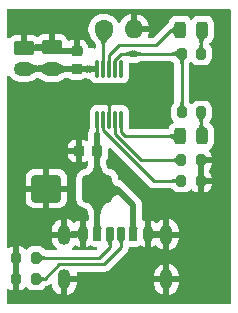
<source format=gbr>
%TF.GenerationSoftware,KiCad,Pcbnew,9.0.0*%
%TF.CreationDate,2025-11-29T18:06:43+01:00*%
%TF.ProjectId,Battery power module,42617474-6572-4792-9070-6f776572206d,rev?*%
%TF.SameCoordinates,Original*%
%TF.FileFunction,Copper,L1,Top*%
%TF.FilePolarity,Positive*%
%FSLAX46Y46*%
G04 Gerber Fmt 4.6, Leading zero omitted, Abs format (unit mm)*
G04 Created by KiCad (PCBNEW 9.0.0) date 2025-11-29 18:06:43*
%MOMM*%
%LPD*%
G01*
G04 APERTURE LIST*
G04 Aperture macros list*
%AMRoundRect*
0 Rectangle with rounded corners*
0 $1 Rounding radius*
0 $2 $3 $4 $5 $6 $7 $8 $9 X,Y pos of 4 corners*
0 Add a 4 corners polygon primitive as box body*
4,1,4,$2,$3,$4,$5,$6,$7,$8,$9,$2,$3,0*
0 Add four circle primitives for the rounded corners*
1,1,$1+$1,$2,$3*
1,1,$1+$1,$4,$5*
1,1,$1+$1,$6,$7*
1,1,$1+$1,$8,$9*
0 Add four rect primitives between the rounded corners*
20,1,$1+$1,$2,$3,$4,$5,0*
20,1,$1+$1,$4,$5,$6,$7,0*
20,1,$1+$1,$6,$7,$8,$9,0*
20,1,$1+$1,$8,$9,$2,$3,0*%
G04 Aperture macros list end*
%TA.AperFunction,SMDPad,CuDef*%
%ADD10RoundRect,0.075000X0.075000X-0.650000X0.075000X0.650000X-0.075000X0.650000X-0.075000X-0.650000X0*%
%TD*%
%TA.AperFunction,HeatsinkPad*%
%ADD11C,0.600000*%
%TD*%
%TA.AperFunction,HeatsinkPad*%
%ADD12R,1.880000X1.570000*%
%TD*%
%TA.AperFunction,SMDPad,CuDef*%
%ADD13RoundRect,0.243750X-0.243750X-0.456250X0.243750X-0.456250X0.243750X0.456250X-0.243750X0.456250X0*%
%TD*%
%TA.AperFunction,ComponentPad*%
%ADD14C,1.600000*%
%TD*%
%TA.AperFunction,ComponentPad*%
%ADD15O,1.600000X1.600000*%
%TD*%
%TA.AperFunction,SMDPad,CuDef*%
%ADD16RoundRect,0.200000X0.200000X0.275000X-0.200000X0.275000X-0.200000X-0.275000X0.200000X-0.275000X0*%
%TD*%
%TA.AperFunction,ComponentPad*%
%ADD17RoundRect,0.250000X-0.625000X0.350000X-0.625000X-0.350000X0.625000X-0.350000X0.625000X0.350000X0*%
%TD*%
%TA.AperFunction,SMDPad,CuDef*%
%ADD18RoundRect,0.175000X-0.175000X-0.425000X0.175000X-0.425000X0.175000X0.425000X-0.175000X0.425000X0*%
%TD*%
%TA.AperFunction,SMDPad,CuDef*%
%ADD19RoundRect,0.190000X0.190000X0.410000X-0.190000X0.410000X-0.190000X-0.410000X0.190000X-0.410000X0*%
%TD*%
%TA.AperFunction,SMDPad,CuDef*%
%ADD20RoundRect,0.200000X0.200000X0.400000X-0.200000X0.400000X-0.200000X-0.400000X0.200000X-0.400000X0*%
%TD*%
%TA.AperFunction,SMDPad,CuDef*%
%ADD21RoundRect,0.175000X0.175000X0.425000X-0.175000X0.425000X-0.175000X-0.425000X0.175000X-0.425000X0*%
%TD*%
%TA.AperFunction,SMDPad,CuDef*%
%ADD22RoundRect,0.190000X-0.190000X-0.410000X0.190000X-0.410000X0.190000X0.410000X-0.190000X0.410000X0*%
%TD*%
%TA.AperFunction,SMDPad,CuDef*%
%ADD23RoundRect,0.200000X-0.200000X-0.400000X0.200000X-0.400000X0.200000X0.400000X-0.200000X0.400000X0*%
%TD*%
%TA.AperFunction,HeatsinkPad*%
%ADD24O,1.100000X1.700000*%
%TD*%
%TA.AperFunction,SMDPad,CuDef*%
%ADD25RoundRect,0.225000X0.250000X-0.225000X0.250000X0.225000X-0.250000X0.225000X-0.250000X-0.225000X0*%
%TD*%
%TA.AperFunction,SMDPad,CuDef*%
%ADD26RoundRect,0.250000X-1.000000X-0.900000X1.000000X-0.900000X1.000000X0.900000X-1.000000X0.900000X0*%
%TD*%
%TA.AperFunction,SMDPad,CuDef*%
%ADD27RoundRect,0.225000X0.225000X0.250000X-0.225000X0.250000X-0.225000X-0.250000X0.225000X-0.250000X0*%
%TD*%
%TA.AperFunction,ComponentPad*%
%ADD28O,1.750000X1.200000*%
%TD*%
%TA.AperFunction,ViaPad*%
%ADD29C,1.340000*%
%TD*%
%TA.AperFunction,ViaPad*%
%ADD30C,0.600000*%
%TD*%
%TA.AperFunction,ViaPad*%
%ADD31C,0.620000*%
%TD*%
%TA.AperFunction,Conductor*%
%ADD32C,0.508000*%
%TD*%
%TA.AperFunction,Conductor*%
%ADD33C,0.254000*%
%TD*%
%TA.AperFunction,Conductor*%
%ADD34C,0.512000*%
%TD*%
G04 APERTURE END LIST*
D10*
%TO.P,U1,1,IN*%
%TO.N,/VBUS*%
X128154000Y-103886000D03*
%TO.P,U1,2,ISET*%
%TO.N,/ISET*%
X128654000Y-103886000D03*
%TO.P,U1,3,VSS*%
%TO.N,GND*%
X129154000Y-103886000D03*
%TO.P,U1,4,PRETERM*%
%TO.N,/PRETERM*%
X129654000Y-103886000D03*
%TO.P,U1,5,~{PG}*%
%TO.N,/PG*%
X130154000Y-103886000D03*
%TO.P,U1,6,NC*%
%TO.N,unconnected-(U1-NC-Pad6)*%
X130154000Y-99586000D03*
%TO.P,U1,7,ISET2*%
%TO.N,VCC*%
X129654000Y-99586000D03*
%TO.P,U1,8,~{CHG}*%
%TO.N,/CHG*%
X129154000Y-99586000D03*
%TO.P,U1,9,TS*%
%TO.N,/TS*%
X128654000Y-99586000D03*
%TO.P,U1,10,OUT*%
%TO.N,VCC*%
X128154000Y-99586000D03*
D11*
%TO.P,U1,11,VSS*%
%TO.N,GND*%
X128514000Y-102221000D03*
X129794000Y-102221000D03*
D12*
X129154000Y-101736000D03*
D11*
X128514000Y-101251000D03*
X129794000Y-101251000D03*
%TD*%
D13*
%TO.P,D1,1,K*%
%TO.N,/PG*%
X135171200Y-105283000D03*
%TO.P,D1,2,A*%
%TO.N,Net-(D1-A)*%
X137046200Y-105283000D03*
%TD*%
D14*
%TO.P,TH1,1*%
%TO.N,/TS*%
X128698200Y-96215200D03*
D15*
%TO.P,TH1,2*%
%TO.N,GND*%
X131238200Y-96215200D03*
%TD*%
D16*
%TO.P,R6,1*%
%TO.N,/CC2*%
X122935000Y-117348000D03*
%TO.P,R6,2*%
%TO.N,GND*%
X121285000Y-117348000D03*
%TD*%
D17*
%TO.P,,1,Pin_1*%
%TO.N,GND*%
X121920000Y-97790000D03*
%TD*%
D18*
%TO.P,J1,A5,CC1*%
%TO.N,/CC1*%
X129180000Y-113527800D03*
D19*
%TO.P,J1,A9,VBUS*%
%TO.N,/VBUS*%
X131200000Y-113527800D03*
D20*
%TO.P,J1,A12,GND*%
%TO.N,GND*%
X132430000Y-113527800D03*
D21*
%TO.P,J1,B5,CC2*%
%TO.N,/CC2*%
X130180000Y-113527800D03*
D22*
%TO.P,J1,B9,VBUS*%
%TO.N,/VBUS*%
X128160000Y-113527800D03*
D23*
%TO.P,J1,B12,GND*%
%TO.N,GND*%
X126930000Y-113527800D03*
D24*
%TO.P,J1,S1,SHIELD*%
X125360000Y-113607800D03*
X125360000Y-117407800D03*
X134000000Y-113607800D03*
X134000000Y-117407800D03*
%TD*%
D16*
%TO.P,R5,1*%
%TO.N,/CC1*%
X122936000Y-115570000D03*
%TO.P,R5,2*%
%TO.N,GND*%
X121286000Y-115570000D03*
%TD*%
D13*
%TO.P,D2,1,K*%
%TO.N,/CHG*%
X135171200Y-96266000D03*
%TO.P,D2,2,A*%
%TO.N,Net-(D2-A)*%
X137046200Y-96266000D03*
%TD*%
D25*
%TO.P,C2,1*%
%TO.N,VCC*%
X126390400Y-99587600D03*
%TO.P,C2,2*%
%TO.N,GND*%
X126390400Y-98037600D03*
%TD*%
D26*
%TO.P,D3,1,A1*%
%TO.N,GND*%
X123834000Y-109728000D03*
%TO.P,D3,2,A2*%
%TO.N,/VBUS*%
X128134000Y-109728000D03*
%TD*%
D27*
%TO.P,C1,1*%
%TO.N,/VBUS*%
X128143000Y-106534200D03*
%TO.P,C1,2*%
%TO.N,GND*%
X126593000Y-106534200D03*
%TD*%
D17*
%TO.P,J2,1,Pin_1*%
%TO.N,GND*%
X124297000Y-97757000D03*
D28*
%TO.P,J2,2,Pin_2*%
%TO.N,VCC*%
X124297000Y-99587600D03*
%TD*%
%TO.P,,2,Pin_2*%
%TO.N,VCC*%
X121919000Y-99568000D03*
%TD*%
D16*
%TO.P,R4,1*%
%TO.N,GND*%
X136918200Y-107315000D03*
%TO.P,R4,2*%
%TO.N,/PRETERM*%
X135268200Y-107315000D03*
%TD*%
%TO.P,R1,1*%
%TO.N,Net-(D1-A)*%
X136933700Y-103251000D03*
%TO.P,R1,2*%
%TO.N,VCC*%
X135283700Y-103251000D03*
%TD*%
%TO.P,R2,1*%
%TO.N,Net-(D2-A)*%
X136933700Y-98298000D03*
%TO.P,R2,2*%
%TO.N,VCC*%
X135283700Y-98298000D03*
%TD*%
%TO.P,R3,1*%
%TO.N,GND*%
X136918200Y-109067600D03*
%TO.P,R3,2*%
%TO.N,/ISET*%
X135268200Y-109067600D03*
%TD*%
D29*
%TO.N,GND*%
X133502400Y-103759000D03*
X124866400Y-101422200D03*
X132130800Y-102800400D03*
X124866400Y-102946200D03*
X123266200Y-101473000D03*
X123266200Y-102997000D03*
X133502400Y-100076000D03*
X132130800Y-100971600D03*
D30*
X131241800Y-101759000D03*
D29*
X133502400Y-101854000D03*
D31*
%TO.N,VCC*%
X127406400Y-99587600D03*
X131216400Y-98298000D03*
%TD*%
D32*
%TO.N,GND*%
X124577600Y-98037600D02*
X126390400Y-98037600D01*
X124297000Y-97757000D02*
X124577600Y-98037600D01*
D33*
X129154000Y-103886000D02*
X129154000Y-101736000D01*
%TO.N,VCC*%
X135231550Y-98324750D02*
X135283700Y-98272600D01*
D32*
X121919000Y-99568000D02*
X124277400Y-99568000D01*
D33*
X129654000Y-99586000D02*
X129654000Y-98788992D01*
X135250900Y-98239800D02*
X135283700Y-98272600D01*
X129654000Y-98788992D02*
X130144992Y-98298000D01*
X130144992Y-98298000D02*
X131216400Y-98298000D01*
D34*
X126390400Y-99587600D02*
X127406400Y-99587600D01*
X127406400Y-99587600D02*
X128045400Y-99587600D01*
D32*
X126390400Y-99587600D02*
X124466400Y-99587600D01*
X124466400Y-99587600D02*
X124297000Y-99757000D01*
D33*
X126392000Y-99586000D02*
X126390400Y-99587600D01*
D32*
X124232000Y-99822000D02*
X124297000Y-99757000D01*
D33*
X135283700Y-98072700D02*
X135283700Y-98272600D01*
X135283700Y-103251000D02*
X135283700Y-98698950D01*
D32*
X124277400Y-99568000D02*
X124297000Y-99587600D01*
D34*
X128045400Y-99587600D02*
X128047000Y-99586000D01*
D33*
X131216400Y-98298000D02*
X135283700Y-98298000D01*
%TO.N,Net-(D1-A)*%
X136933700Y-103251000D02*
X136933700Y-105170500D01*
%TO.N,Net-(D2-A)*%
X136933700Y-98272600D02*
X136933700Y-96353100D01*
D34*
%TO.N,/VBUS*%
X128134000Y-109728000D02*
X129844800Y-109728000D01*
X129844800Y-109728000D02*
X131200000Y-111083200D01*
X128160000Y-109754000D02*
X128134000Y-109728000D01*
D33*
X128154000Y-103886000D02*
X128154000Y-105050000D01*
X128154000Y-105050000D02*
X128143000Y-105061000D01*
D34*
X128160000Y-113527800D02*
X128160000Y-109754000D01*
X131200000Y-111083200D02*
X131200000Y-113527800D01*
D33*
X128160000Y-106551200D02*
X128143000Y-106534200D01*
D34*
X128134000Y-109728000D02*
X128134000Y-106543200D01*
X128143000Y-105061000D02*
X128143000Y-106534200D01*
X128134000Y-106543200D02*
X128143000Y-106534200D01*
D33*
%TO.N,/PG*%
X130154000Y-103886000D02*
X130154000Y-104959163D01*
X130477837Y-105283000D02*
X135171200Y-105283000D01*
X130154000Y-104959163D02*
X130477837Y-105283000D01*
%TO.N,/CHG*%
X133096000Y-97586800D02*
X134416800Y-96266000D01*
X130003800Y-97586800D02*
X133096000Y-97586800D01*
X134416800Y-96266000D02*
X135171200Y-96266000D01*
X129154000Y-98436600D02*
X130003800Y-97586800D01*
X129154000Y-99586000D02*
X129154000Y-98436600D01*
%TO.N,/ISET*%
X128654000Y-104746099D02*
X131714951Y-107807049D01*
X132975502Y-109067600D02*
X135268200Y-109067600D01*
X131714951Y-107807049D02*
X132975502Y-109067600D01*
X128654000Y-103886000D02*
X128654000Y-104746099D01*
%TO.N,/PRETERM*%
X129654000Y-105102631D02*
X131866369Y-107315000D01*
X131866369Y-107315000D02*
X135268200Y-107315000D01*
X129654000Y-103886000D02*
X129654000Y-105102631D01*
%TO.N,/TS*%
X128654000Y-96926400D02*
X128749000Y-96831400D01*
X128654000Y-99586000D02*
X128654000Y-96926400D01*
%TO.N,/CC1*%
X129180000Y-114660000D02*
X129180000Y-113527800D01*
X128270000Y-115570000D02*
X129180000Y-114660000D01*
X128270000Y-115570000D02*
X122936000Y-115570000D01*
%TO.N,/CC2*%
X130180000Y-114676000D02*
X130180000Y-113805814D01*
X122935000Y-117348000D02*
X123698000Y-117348000D01*
X128727200Y-116128800D02*
X130180000Y-114676000D01*
X123698000Y-117348000D02*
X124917200Y-116128800D01*
X124917200Y-116128800D02*
X128727200Y-116128800D01*
%TD*%
%TA.AperFunction,Conductor*%
%TO.N,/ISET*%
G36*
X134929139Y-108682691D02*
G01*
X135053252Y-108823172D01*
X135262355Y-109059853D01*
X135265265Y-109068322D01*
X135262355Y-109075347D01*
X134930871Y-109450548D01*
X134922825Y-109454479D01*
X134914356Y-109451569D01*
X134910851Y-109446005D01*
X134900927Y-109411113D01*
X134876970Y-109368248D01*
X134834766Y-109321639D01*
X134782388Y-109283031D01*
X134702897Y-109243375D01*
X134619434Y-109216089D01*
X134478254Y-109196028D01*
X134470545Y-109191471D01*
X134468200Y-109184444D01*
X134468200Y-108951079D01*
X134471627Y-108942806D01*
X134478615Y-108939450D01*
X134579016Y-108928366D01*
X134719992Y-108884642D01*
X134719998Y-108884638D01*
X134720001Y-108884637D01*
X134747260Y-108868440D01*
X134823447Y-108823174D01*
X134887324Y-108751035D01*
X134909301Y-108686657D01*
X134915216Y-108679937D01*
X134924153Y-108679366D01*
X134929139Y-108682691D01*
G37*
%TD.AperFunction*%
%TD*%
%TA.AperFunction,Conductor*%
%TO.N,VCC*%
G36*
X127407400Y-99587600D02*
G01*
X127345922Y-99891643D01*
X127092233Y-99849094D01*
X126868541Y-99843480D01*
X126792357Y-99843600D01*
X126792357Y-99331600D01*
X126868532Y-99331719D01*
X127092230Y-99326106D01*
X127345922Y-99283557D01*
X127407400Y-99587600D01*
G37*
%TD.AperFunction*%
%TD*%
%TA.AperFunction,Conductor*%
%TO.N,/CC1*%
G36*
X123289843Y-115186030D02*
G01*
X123293349Y-115191595D01*
X123303273Y-115226487D01*
X123303275Y-115226491D01*
X123327228Y-115269349D01*
X123327230Y-115269351D01*
X123369435Y-115315961D01*
X123421812Y-115354569D01*
X123501304Y-115394225D01*
X123584764Y-115421510D01*
X123725946Y-115441571D01*
X123733655Y-115446128D01*
X123736000Y-115453155D01*
X123736000Y-115686520D01*
X123732573Y-115694793D01*
X123725584Y-115698149D01*
X123625190Y-115709233D01*
X123625187Y-115709233D01*
X123625186Y-115709234D01*
X123588734Y-115720539D01*
X123484210Y-115752957D01*
X123484199Y-115752962D01*
X123380758Y-115814423D01*
X123380753Y-115814427D01*
X123316878Y-115886563D01*
X123316875Y-115886570D01*
X123294898Y-115950940D01*
X123288982Y-115957663D01*
X123280046Y-115958232D01*
X123275059Y-115954907D01*
X122941843Y-115577746D01*
X122938934Y-115569278D01*
X122941844Y-115562253D01*
X123273329Y-115187050D01*
X123281374Y-115183120D01*
X123289843Y-115186030D01*
G37*
%TD.AperFunction*%
%TD*%
%TA.AperFunction,Conductor*%
%TO.N,/PG*%
G36*
X130163918Y-103930903D02*
G01*
X130165400Y-103934480D01*
X130302533Y-104529636D01*
X130301051Y-104538467D01*
X130299353Y-104540588D01*
X130274278Y-104565351D01*
X130274277Y-104565353D01*
X130263840Y-104607520D01*
X130263840Y-104607521D01*
X130273603Y-104704775D01*
X130279260Y-104747774D01*
X130276941Y-104756423D01*
X130269186Y-104760900D01*
X130267660Y-104761000D01*
X130040340Y-104761000D01*
X130032067Y-104757573D01*
X130028640Y-104749300D01*
X130028740Y-104747774D01*
X130034385Y-104704858D01*
X130034394Y-104704788D01*
X130034396Y-104704775D01*
X130044134Y-104634051D01*
X130036791Y-104572093D01*
X130030666Y-104565351D01*
X130008115Y-104540528D01*
X130005088Y-104532100D01*
X130005373Y-104530041D01*
X130142599Y-103934477D01*
X130147795Y-103927188D01*
X130156626Y-103925706D01*
X130163918Y-103930903D01*
G37*
%TD.AperFunction*%
%TD*%
%TA.AperFunction,Conductor*%
%TO.N,/VBUS*%
G36*
X128395350Y-105612627D02*
G01*
X128398777Y-105620900D01*
X128398775Y-105621121D01*
X128397796Y-105673054D01*
X128396527Y-105805067D01*
X128396528Y-105805091D01*
X128408756Y-105936723D01*
X128411579Y-105967103D01*
X128414939Y-105977749D01*
X128447242Y-106080115D01*
X128447243Y-106080117D01*
X128472209Y-106114693D01*
X128501019Y-106154591D01*
X128560896Y-106189391D01*
X128566327Y-106196511D01*
X128565133Y-106205386D01*
X128562206Y-106208738D01*
X128150189Y-106529601D01*
X128141556Y-106531981D01*
X128135811Y-106529601D01*
X127724415Y-106209223D01*
X127719993Y-106201436D01*
X127722373Y-106192803D01*
X127726142Y-106189645D01*
X127772633Y-106165114D01*
X127818924Y-106114693D01*
X127851359Y-106050886D01*
X127872294Y-105977749D01*
X127889099Y-105819705D01*
X127888203Y-105673000D01*
X127887225Y-105621120D01*
X127890495Y-105612784D01*
X127898703Y-105609202D01*
X127898923Y-105609200D01*
X128387077Y-105609200D01*
X128395350Y-105612627D01*
G37*
%TD.AperFunction*%
%TD*%
%TA.AperFunction,Conductor*%
%TO.N,Net-(D2-A)*%
G36*
X137052604Y-96275524D02*
G01*
X137054778Y-96277980D01*
X137453691Y-96881571D01*
X137455394Y-96890362D01*
X137450381Y-96897783D01*
X137447372Y-96899204D01*
X137360491Y-96925948D01*
X137360490Y-96925949D01*
X137301442Y-96962363D01*
X137301439Y-96962365D01*
X137248753Y-97008729D01*
X137248750Y-97008732D01*
X137193805Y-97074654D01*
X137193798Y-97074664D01*
X137148227Y-97147966D01*
X137148216Y-97147987D01*
X137108467Y-97233911D01*
X137108463Y-97233920D01*
X137080590Y-97318966D01*
X137062177Y-97443511D01*
X137057577Y-97451194D01*
X137050603Y-97453500D01*
X136817690Y-97453500D01*
X136809417Y-97450073D01*
X136806013Y-97442532D01*
X136803973Y-97409983D01*
X136797452Y-97305897D01*
X136759976Y-97103485D01*
X136706245Y-96956148D01*
X136644651Y-96864130D01*
X136587542Y-96822948D01*
X136582837Y-96815331D01*
X136584896Y-96806616D01*
X136585468Y-96805885D01*
X137036112Y-96276842D01*
X137044084Y-96272768D01*
X137052604Y-96275524D01*
G37*
%TD.AperFunction*%
%TD*%
%TA.AperFunction,Conductor*%
%TO.N,/VBUS*%
G36*
X128150187Y-106538797D02*
G01*
X128561464Y-106859083D01*
X128565886Y-106866869D01*
X128563506Y-106875502D01*
X128559656Y-106878702D01*
X128511174Y-106903811D01*
X128463116Y-106955128D01*
X128429288Y-107020051D01*
X128429287Y-107020054D01*
X128407280Y-107094372D01*
X128407278Y-107094382D01*
X128389049Y-107254494D01*
X128389127Y-107401864D01*
X128389819Y-107447322D01*
X128386518Y-107455646D01*
X128378298Y-107459199D01*
X128378120Y-107459200D01*
X127889970Y-107459200D01*
X127881697Y-107455773D01*
X127878270Y-107447500D01*
X127878273Y-107447233D01*
X127879600Y-107389005D01*
X127880308Y-107347959D01*
X127881727Y-107265753D01*
X127868763Y-107101863D01*
X127834970Y-106988214D01*
X127834969Y-106988213D01*
X127834969Y-106988211D01*
X127783029Y-106913719D01*
X127783028Y-106913717D01*
X127766393Y-106903811D01*
X127724839Y-106879065D01*
X127719485Y-106871888D01*
X127720773Y-106863027D01*
X127723634Y-106859785D01*
X128135811Y-106538797D01*
X128144444Y-106536418D01*
X128150187Y-106538797D01*
G37*
%TD.AperFunction*%
%TD*%
%TA.AperFunction,Conductor*%
%TO.N,Net-(D1-A)*%
G36*
X137057944Y-104098927D02*
G01*
X137061350Y-104106508D01*
X137063329Y-104139964D01*
X137101855Y-104297607D01*
X137172764Y-104443043D01*
X137172765Y-104443045D01*
X137260445Y-104551835D01*
X137327741Y-104600212D01*
X137357276Y-104621445D01*
X137447481Y-104649742D01*
X137454348Y-104655487D01*
X137455142Y-104664407D01*
X137453739Y-104667356D01*
X137054778Y-105271019D01*
X137047357Y-105276032D01*
X137038566Y-105274329D01*
X137036110Y-105272155D01*
X137035142Y-105271019D01*
X136585676Y-104743358D01*
X136582920Y-104734838D01*
X136586996Y-104726864D01*
X136587960Y-104726126D01*
X136637631Y-104692053D01*
X136680834Y-104637933D01*
X136716644Y-104570749D01*
X136756120Y-104459538D01*
X136783142Y-104340867D01*
X136801255Y-104205882D01*
X136806151Y-104106623D01*
X136809981Y-104098529D01*
X136817837Y-104095500D01*
X137049671Y-104095500D01*
X137057944Y-104098927D01*
G37*
%TD.AperFunction*%
%TD*%
%TA.AperFunction,Conductor*%
%TO.N,/VBUS*%
G36*
X131451797Y-112551227D02*
G01*
X131455224Y-112559500D01*
X131455200Y-112560250D01*
X131450030Y-112640676D01*
X131442659Y-112830546D01*
X131442660Y-112830551D01*
X131461277Y-112935135D01*
X131461550Y-112936665D01*
X131461550Y-112936667D01*
X131501315Y-113005119D01*
X131501317Y-113005122D01*
X131529779Y-113028569D01*
X131529782Y-113028570D01*
X131529784Y-113028572D01*
X131548070Y-113037020D01*
X131552355Y-113039000D01*
X131558428Y-113045580D01*
X131558069Y-113054528D01*
X131556782Y-113056675D01*
X131209334Y-113516448D01*
X131201613Y-113520982D01*
X131192946Y-113518728D01*
X131190666Y-113516448D01*
X130842797Y-113056118D01*
X130840543Y-113047451D01*
X130845077Y-113039730D01*
X130846705Y-113038698D01*
X130882137Y-113020201D01*
X130916307Y-112982664D01*
X130938977Y-112935135D01*
X130952151Y-112880273D01*
X130954564Y-112830551D01*
X130958028Y-112759190D01*
X130949969Y-112640666D01*
X130949966Y-112640622D01*
X130944800Y-112560250D01*
X130947689Y-112551775D01*
X130955726Y-112547824D01*
X130956476Y-112547800D01*
X131443524Y-112547800D01*
X131451797Y-112551227D01*
G37*
%TD.AperFunction*%
%TD*%
%TA.AperFunction,Conductor*%
%TO.N,/TS*%
G36*
X128704707Y-96218557D02*
G01*
X129133583Y-96505768D01*
X129353208Y-96652847D01*
X129358176Y-96660297D01*
X129356419Y-96669078D01*
X129356118Y-96669507D01*
X129207561Y-96871163D01*
X129207029Y-96871833D01*
X129072092Y-97029457D01*
X128925933Y-97207364D01*
X128925932Y-97207366D01*
X128849439Y-97346403D01*
X128821399Y-97428551D01*
X128800508Y-97523587D01*
X128800507Y-97523595D01*
X128785939Y-97649212D01*
X128785937Y-97649227D01*
X128781371Y-97788511D01*
X128777675Y-97796668D01*
X128769677Y-97799828D01*
X128538064Y-97799828D01*
X128529791Y-97796401D01*
X128526382Y-97788781D01*
X128518577Y-97649212D01*
X128510478Y-97504369D01*
X128489455Y-97392480D01*
X128459597Y-97296654D01*
X128420656Y-97211020D01*
X128372386Y-97129706D01*
X128299709Y-97029439D01*
X128246874Y-96956546D01*
X128246853Y-96956518D01*
X128040099Y-96669478D01*
X128038045Y-96660762D01*
X128042755Y-96653146D01*
X128043052Y-96652939D01*
X128691691Y-96218558D01*
X128700471Y-96216802D01*
X128704707Y-96218557D01*
G37*
%TD.AperFunction*%
%TD*%
%TA.AperFunction,Conductor*%
%TO.N,/ISET*%
G36*
X128663252Y-103935775D02*
G01*
X128664917Y-103939760D01*
X128796441Y-104556035D01*
X128794817Y-104564841D01*
X128790451Y-104568829D01*
X128765103Y-104582178D01*
X128765102Y-104582179D01*
X128750593Y-104604117D01*
X128750592Y-104604120D01*
X128751736Y-104650473D01*
X128753401Y-104660943D01*
X128751316Y-104669651D01*
X128750119Y-104671053D01*
X128593844Y-104827328D01*
X128585571Y-104830755D01*
X128577298Y-104827328D01*
X128573877Y-104819426D01*
X128573679Y-104813230D01*
X128573106Y-104795165D01*
X128565570Y-104671053D01*
X128565321Y-104666949D01*
X128565320Y-104666943D01*
X128560393Y-104650473D01*
X128544299Y-104596676D01*
X128517185Y-104572760D01*
X128513248Y-104564719D01*
X128513466Y-104561625D01*
X128642017Y-103939832D01*
X128647048Y-103932425D01*
X128655844Y-103930744D01*
X128663252Y-103935775D01*
G37*
%TD.AperFunction*%
%TD*%
%TA.AperFunction,Conductor*%
%TO.N,VCC*%
G36*
X123911418Y-99009081D02*
G01*
X123912563Y-99010533D01*
X124293659Y-99581102D01*
X124295405Y-99589885D01*
X124293659Y-99594098D01*
X123913463Y-100163319D01*
X123906019Y-100168296D01*
X123897236Y-100166550D01*
X123894897Y-100164488D01*
X123864463Y-100129410D01*
X123864453Y-100129400D01*
X123797899Y-100069694D01*
X123797895Y-100069691D01*
X123722816Y-100018035D01*
X123722813Y-100018034D01*
X123622671Y-99965412D01*
X123622664Y-99965409D01*
X123515183Y-99922805D01*
X123515176Y-99922802D01*
X123515171Y-99922801D01*
X123369402Y-99880831D01*
X123369376Y-99880824D01*
X123222312Y-99851921D01*
X123011535Y-99828240D01*
X122844819Y-99822395D01*
X122836671Y-99818680D01*
X122833529Y-99810702D01*
X122833529Y-99325541D01*
X122836956Y-99317268D01*
X122845068Y-99313842D01*
X122933532Y-99312637D01*
X122933553Y-99312635D01*
X122933563Y-99312635D01*
X123218562Y-99291278D01*
X123218566Y-99291277D01*
X123218572Y-99291277D01*
X123218578Y-99291275D01*
X123218584Y-99291275D01*
X123462282Y-99245102D01*
X123462282Y-99245101D01*
X123462287Y-99245101D01*
X123654917Y-99178693D01*
X123800237Y-99096107D01*
X123894885Y-99008446D01*
X123903282Y-99005340D01*
X123911418Y-99009081D01*
G37*
%TD.AperFunction*%
%TD*%
%TA.AperFunction,Conductor*%
%TO.N,VCC*%
G36*
X127447039Y-99357285D02*
G01*
X127492794Y-99410089D01*
X127496882Y-99428882D01*
X127504000Y-99436000D01*
X127879500Y-99436000D01*
X127888185Y-99438550D01*
X127897147Y-99437262D01*
X127921187Y-99448240D01*
X127946539Y-99455685D01*
X127952466Y-99462525D01*
X127960703Y-99466287D01*
X127974992Y-99488521D01*
X127992294Y-99508489D01*
X127994581Y-99519003D01*
X127998477Y-99525065D01*
X128003500Y-99560000D01*
X128003500Y-99612000D01*
X127983815Y-99679039D01*
X127931011Y-99724794D01*
X127879500Y-99736000D01*
X127504000Y-99736000D01*
X127494688Y-99745311D01*
X127484315Y-99780639D01*
X127431511Y-99826394D01*
X127380000Y-99837600D01*
X126514400Y-99837600D01*
X126447361Y-99817915D01*
X126401606Y-99765111D01*
X126390400Y-99713600D01*
X126390400Y-99461600D01*
X126410085Y-99394561D01*
X126462889Y-99348806D01*
X126514400Y-99337600D01*
X127380000Y-99337600D01*
X127447039Y-99357285D01*
G37*
%TD.AperFunction*%
%TD*%
%TA.AperFunction,Conductor*%
%TO.N,VCC*%
G36*
X129634785Y-98659479D02*
G01*
X129792440Y-98817134D01*
X129793659Y-98820078D01*
X129795539Y-98822656D01*
X129795316Y-98824077D01*
X129795867Y-98825407D01*
X129794154Y-98831503D01*
X129787913Y-98841728D01*
X129787839Y-98841846D01*
X129774569Y-98863014D01*
X129774568Y-98863015D01*
X129767462Y-98899046D01*
X129767462Y-98899048D01*
X129778187Y-98917961D01*
X129778191Y-98917965D01*
X129797519Y-98931472D01*
X129802337Y-98939020D01*
X129802215Y-98943702D01*
X129667401Y-99525789D01*
X129662196Y-99533075D01*
X129653363Y-99534547D01*
X129646077Y-99529342D01*
X129644421Y-99524811D01*
X129551205Y-98874414D01*
X129553424Y-98865739D01*
X129556638Y-98862801D01*
X129571040Y-98853904D01*
X129585161Y-98822528D01*
X129601667Y-98731957D01*
X129615042Y-98665443D01*
X129620032Y-98658010D01*
X129628819Y-98656282D01*
X129634785Y-98659479D01*
G37*
%TD.AperFunction*%
%TD*%
%TA.AperFunction,Conductor*%
%TO.N,VCC*%
G36*
X135291602Y-98304240D02*
G01*
X135503587Y-98498463D01*
X135655318Y-98637482D01*
X135659103Y-98645598D01*
X135656041Y-98654013D01*
X135652174Y-98656797D01*
X135624608Y-98669073D01*
X135624599Y-98669079D01*
X135585444Y-98697109D01*
X135585443Y-98697110D01*
X135538537Y-98747645D01*
X135538530Y-98747655D01*
X135499817Y-98808531D01*
X135460005Y-98899902D01*
X135460003Y-98899910D01*
X135432706Y-98995081D01*
X135415951Y-99091861D01*
X135412737Y-99141513D01*
X135411408Y-99162056D01*
X135407453Y-99170090D01*
X135399732Y-99173000D01*
X135167502Y-99173000D01*
X135159229Y-99169573D01*
X135155839Y-99162232D01*
X135150214Y-99091861D01*
X135148326Y-99068236D01*
X135108698Y-98903634D01*
X135049460Y-98777400D01*
X135049456Y-98777394D01*
X134979039Y-98694625D01*
X134979036Y-98694622D01*
X134912992Y-98657454D01*
X134907463Y-98650410D01*
X134908534Y-98641520D01*
X134910822Y-98638635D01*
X135275797Y-98304240D01*
X135284211Y-98301179D01*
X135291602Y-98304240D01*
G37*
%TD.AperFunction*%
%TD*%
%TA.AperFunction,Conductor*%
%TO.N,VCC*%
G36*
X131152892Y-97998251D02*
G01*
X131158231Y-98005440D01*
X131158351Y-98005971D01*
X131216931Y-98295681D01*
X131216931Y-98300319D01*
X131158461Y-98589484D01*
X131153462Y-98596914D01*
X131144674Y-98598633D01*
X131143644Y-98598375D01*
X131005653Y-98557151D01*
X131003657Y-98556348D01*
X130903692Y-98505004D01*
X130903296Y-98504792D01*
X130870995Y-98486601D01*
X130763663Y-98442601D01*
X130749524Y-98440020D01*
X130692973Y-98429700D01*
X130692960Y-98429699D01*
X130613451Y-98425575D01*
X130605366Y-98421725D01*
X130602357Y-98413891D01*
X130602357Y-98181998D01*
X130605784Y-98173725D01*
X130613332Y-98170321D01*
X130707013Y-98164527D01*
X130785443Y-98147081D01*
X130903480Y-98091104D01*
X130998004Y-98042054D01*
X130999309Y-98041476D01*
X131067094Y-98016336D01*
X131068292Y-98015964D01*
X131144035Y-97996942D01*
X131152892Y-97998251D01*
G37*
%TD.AperFunction*%
%TD*%
%TA.AperFunction,Conductor*%
%TO.N,VCC*%
G36*
X134944639Y-97913091D02*
G01*
X135068752Y-98053572D01*
X135277855Y-98290253D01*
X135280765Y-98298722D01*
X135277855Y-98305747D01*
X134946371Y-98680948D01*
X134938325Y-98684879D01*
X134929856Y-98681969D01*
X134926351Y-98676405D01*
X134916427Y-98641513D01*
X134892470Y-98598648D01*
X134850266Y-98552039D01*
X134797888Y-98513431D01*
X134718397Y-98473775D01*
X134634934Y-98446489D01*
X134493754Y-98426428D01*
X134486045Y-98421871D01*
X134483700Y-98414844D01*
X134483700Y-98181479D01*
X134487127Y-98173206D01*
X134494115Y-98169850D01*
X134594516Y-98158766D01*
X134735492Y-98115042D01*
X134735498Y-98115038D01*
X134735501Y-98115037D01*
X134762760Y-98098840D01*
X134838947Y-98053574D01*
X134902824Y-97981435D01*
X134924801Y-97917057D01*
X134930716Y-97910337D01*
X134939653Y-97909766D01*
X134944639Y-97913091D01*
G37*
%TD.AperFunction*%
%TD*%
%TA.AperFunction,Conductor*%
%TO.N,/PRETERM*%
G36*
X134929139Y-106930091D02*
G01*
X135053252Y-107070572D01*
X135262355Y-107307253D01*
X135265265Y-107315722D01*
X135262355Y-107322747D01*
X134930871Y-107697948D01*
X134922825Y-107701879D01*
X134914356Y-107698969D01*
X134910851Y-107693405D01*
X134900927Y-107658513D01*
X134876970Y-107615648D01*
X134834766Y-107569039D01*
X134782388Y-107530431D01*
X134702897Y-107490775D01*
X134619434Y-107463489D01*
X134478254Y-107443428D01*
X134470545Y-107438871D01*
X134468200Y-107431844D01*
X134468200Y-107198479D01*
X134471627Y-107190206D01*
X134478615Y-107186850D01*
X134579016Y-107175766D01*
X134719992Y-107132042D01*
X134719998Y-107132038D01*
X134720001Y-107132037D01*
X134747260Y-107115840D01*
X134823447Y-107070574D01*
X134887324Y-106998435D01*
X134909301Y-106934057D01*
X134915216Y-106927337D01*
X134924153Y-106926766D01*
X134929139Y-106930091D01*
G37*
%TD.AperFunction*%
%TD*%
%TA.AperFunction,Conductor*%
%TO.N,/VBUS*%
G36*
X128163918Y-103930903D02*
G01*
X128165400Y-103934480D01*
X128302532Y-104529635D01*
X128301050Y-104538466D01*
X128299353Y-104540586D01*
X128274278Y-104565351D01*
X128274277Y-104565353D01*
X128263840Y-104607520D01*
X128263840Y-104607521D01*
X128273603Y-104704775D01*
X128279260Y-104747774D01*
X128276941Y-104756423D01*
X128269186Y-104760900D01*
X128267660Y-104761000D01*
X128040340Y-104761000D01*
X128032067Y-104757573D01*
X128028640Y-104749300D01*
X128028740Y-104747774D01*
X128034385Y-104704858D01*
X128034394Y-104704788D01*
X128034396Y-104704775D01*
X128044134Y-104634051D01*
X128036791Y-104572093D01*
X128030666Y-104565351D01*
X128008115Y-104540529D01*
X128005088Y-104532102D01*
X128005374Y-104530035D01*
X128142599Y-103934477D01*
X128147795Y-103927188D01*
X128156626Y-103925706D01*
X128163918Y-103930903D01*
G37*
%TD.AperFunction*%
%TD*%
%TA.AperFunction,Conductor*%
%TO.N,/PRETERM*%
G36*
X129663918Y-103930903D02*
G01*
X129665400Y-103934480D01*
X129802532Y-104529635D01*
X129801050Y-104538466D01*
X129799353Y-104540586D01*
X129774278Y-104565351D01*
X129774277Y-104565353D01*
X129763840Y-104607520D01*
X129763840Y-104607521D01*
X129773603Y-104704775D01*
X129779260Y-104747774D01*
X129776941Y-104756423D01*
X129769186Y-104760900D01*
X129767660Y-104761000D01*
X129540340Y-104761000D01*
X129532067Y-104757573D01*
X129528640Y-104749300D01*
X129528740Y-104747774D01*
X129534385Y-104704858D01*
X129534394Y-104704788D01*
X129534396Y-104704775D01*
X129544134Y-104634051D01*
X129536791Y-104572093D01*
X129508113Y-104540527D01*
X129505087Y-104532101D01*
X129505370Y-104530051D01*
X129642599Y-103934477D01*
X129647795Y-103927188D01*
X129656626Y-103925706D01*
X129663918Y-103930903D01*
G37*
%TD.AperFunction*%
%TD*%
%TA.AperFunction,Conductor*%
%TO.N,Net-(D2-A)*%
G36*
X137058171Y-97426427D02*
G01*
X137061561Y-97433768D01*
X137069074Y-97527765D01*
X137108702Y-97692368D01*
X137126163Y-97729575D01*
X137167941Y-97818601D01*
X137167943Y-97818603D01*
X137167944Y-97818605D01*
X137238360Y-97901375D01*
X137238363Y-97901378D01*
X137275232Y-97922126D01*
X137304407Y-97938545D01*
X137309936Y-97945589D01*
X137308865Y-97954479D01*
X137306573Y-97957368D01*
X136941604Y-98291758D01*
X136933189Y-98294820D01*
X136925796Y-98291758D01*
X136562081Y-97958517D01*
X136558296Y-97950401D01*
X136561358Y-97941986D01*
X136565220Y-97939204D01*
X136592796Y-97926924D01*
X136631957Y-97898890D01*
X136678870Y-97848346D01*
X136717582Y-97787470D01*
X136757397Y-97696091D01*
X136784694Y-97600919D01*
X136801449Y-97504139D01*
X136805992Y-97433944D01*
X136809947Y-97425910D01*
X136817668Y-97423000D01*
X137049898Y-97423000D01*
X137058171Y-97426427D01*
G37*
%TD.AperFunction*%
%TD*%
%TA.AperFunction,Conductor*%
%TO.N,/PG*%
G36*
X134705264Y-104811014D02*
G01*
X135164059Y-105274771D01*
X135167441Y-105283063D01*
X135164059Y-105291229D01*
X134705988Y-105754254D01*
X134697733Y-105757725D01*
X134689441Y-105754343D01*
X134686132Y-105747964D01*
X134676922Y-105693108D01*
X134652357Y-105639923D01*
X134617360Y-105592376D01*
X134562150Y-105540894D01*
X134562147Y-105540892D01*
X134562146Y-105540891D01*
X134562147Y-105540891D01*
X134497820Y-105498052D01*
X134497811Y-105498047D01*
X134414413Y-105458041D01*
X134414415Y-105458041D01*
X134330356Y-105430141D01*
X134330353Y-105430140D01*
X134330350Y-105430139D01*
X134330340Y-105430137D01*
X134206163Y-105411495D01*
X134198490Y-105406878D01*
X134196200Y-105399925D01*
X134196200Y-105167097D01*
X134199627Y-105158824D01*
X134207280Y-105155413D01*
X134233466Y-105154028D01*
X134385143Y-105118947D01*
X134519444Y-105054994D01*
X134614292Y-104977051D01*
X134670148Y-104890938D01*
X134685489Y-104816868D01*
X134690523Y-104809464D01*
X134699319Y-104807786D01*
X134705264Y-104811014D01*
G37*
%TD.AperFunction*%
%TD*%
%TA.AperFunction,Conductor*%
%TO.N,Net-(D1-A)*%
G36*
X136941602Y-103257240D02*
G01*
X137153587Y-103451463D01*
X137305318Y-103590482D01*
X137309103Y-103598598D01*
X137306041Y-103607013D01*
X137302174Y-103609797D01*
X137274608Y-103622073D01*
X137274599Y-103622079D01*
X137235444Y-103650109D01*
X137235443Y-103650110D01*
X137188537Y-103700645D01*
X137188530Y-103700655D01*
X137149817Y-103761531D01*
X137110005Y-103852902D01*
X137110003Y-103852910D01*
X137082706Y-103948081D01*
X137065951Y-104044861D01*
X137062737Y-104094513D01*
X137061408Y-104115056D01*
X137057453Y-104123090D01*
X137049732Y-104126000D01*
X136817502Y-104126000D01*
X136809229Y-104122573D01*
X136805839Y-104115232D01*
X136800214Y-104044861D01*
X136798326Y-104021236D01*
X136758698Y-103856634D01*
X136699460Y-103730400D01*
X136699456Y-103730394D01*
X136629039Y-103647625D01*
X136629036Y-103647622D01*
X136562992Y-103610454D01*
X136557463Y-103603410D01*
X136558534Y-103594520D01*
X136560822Y-103591635D01*
X136925797Y-103257240D01*
X136934211Y-103254179D01*
X136941602Y-103257240D01*
G37*
%TD.AperFunction*%
%TD*%
%TA.AperFunction,Conductor*%
%TO.N,/CHG*%
G36*
X134698531Y-95867076D02*
G01*
X135163206Y-96257973D01*
X135167331Y-96265921D01*
X135164839Y-96274199D01*
X134734540Y-96816466D01*
X134726713Y-96820816D01*
X134718102Y-96818358D01*
X134713775Y-96810720D01*
X134708023Y-96767013D01*
X134690000Y-96705406D01*
X134662474Y-96648963D01*
X134628171Y-96602275D01*
X134584358Y-96561494D01*
X134536650Y-96531645D01*
X134536647Y-96531643D01*
X134484612Y-96511405D01*
X134484607Y-96511404D01*
X134433531Y-96502124D01*
X134433527Y-96502124D01*
X134433525Y-96502124D01*
X134356239Y-96511134D01*
X134347624Y-96508688D01*
X134346611Y-96507786D01*
X134182687Y-96343862D01*
X134179260Y-96335589D01*
X134182687Y-96327316D01*
X134185895Y-96325042D01*
X134325372Y-96258118D01*
X134491963Y-96145405D01*
X134604659Y-96036240D01*
X134665109Y-95939876D01*
X134679571Y-95873536D01*
X134684681Y-95866186D01*
X134693494Y-95864599D01*
X134698531Y-95867076D01*
G37*
%TD.AperFunction*%
%TD*%
%TA.AperFunction,Conductor*%
%TO.N,VCC*%
G36*
X122318668Y-98989192D02*
G01*
X122321089Y-98991349D01*
X122330604Y-99002557D01*
X122330623Y-99002576D01*
X122392065Y-99061486D01*
X122392069Y-99061489D01*
X122392075Y-99061495D01*
X122421218Y-99082734D01*
X122462231Y-99112626D01*
X122462234Y-99112628D01*
X122462236Y-99112629D01*
X122556638Y-99164852D01*
X122556645Y-99164855D01*
X122556647Y-99164856D01*
X122632600Y-99196436D01*
X122658950Y-99207393D01*
X122687556Y-99216023D01*
X122799627Y-99249835D01*
X122799635Y-99249837D01*
X122943405Y-99279580D01*
X122943411Y-99279581D01*
X122943416Y-99279582D01*
X122943419Y-99279582D01*
X122943435Y-99279585D01*
X123161816Y-99304858D01*
X123182035Y-99307198D01*
X123371169Y-99313616D01*
X123379320Y-99317321D01*
X123382471Y-99325309D01*
X123382471Y-99810519D01*
X123379044Y-99818792D01*
X123370993Y-99822217D01*
X123269940Y-99824133D01*
X123269937Y-99824133D01*
X122991415Y-99848904D01*
X122991409Y-99848904D01*
X122751486Y-99898973D01*
X122751483Y-99898974D01*
X122560637Y-99969247D01*
X122560634Y-99969248D01*
X122415850Y-100055648D01*
X122321129Y-100146778D01*
X122312791Y-100150044D01*
X122304585Y-100146458D01*
X122303288Y-100144844D01*
X122186003Y-99969248D01*
X121922339Y-99574497D01*
X121920594Y-99565715D01*
X121922340Y-99561502D01*
X122080099Y-99325309D01*
X122302442Y-98992422D01*
X122309885Y-98987446D01*
X122318668Y-98989192D01*
G37*
%TD.AperFunction*%
%TD*%
%TA.AperFunction,Conductor*%
%TO.N,/VBUS*%
G36*
X128387239Y-107581427D02*
G01*
X128390646Y-107589015D01*
X128394887Y-107661295D01*
X128439778Y-107879027D01*
X128439779Y-107879030D01*
X128520994Y-108093180D01*
X128520997Y-108093186D01*
X128624174Y-108272523D01*
X128721137Y-108386770D01*
X128739742Y-108408692D01*
X128863151Y-108503050D01*
X128993813Y-108559015D01*
X129112526Y-108575091D01*
X129120264Y-108579597D01*
X129122549Y-108588255D01*
X129119787Y-108594358D01*
X128142832Y-109718834D01*
X128134819Y-109722832D01*
X128126327Y-109719993D01*
X128125168Y-109718834D01*
X127882921Y-109440009D01*
X127148283Y-108594440D01*
X127145445Y-108585950D01*
X127149443Y-108577937D01*
X127155594Y-108575168D01*
X127269969Y-108560170D01*
X127343411Y-108534413D01*
X127412068Y-108498732D01*
X127484246Y-108447604D01*
X127550289Y-108386770D01*
X127619412Y-108305985D01*
X127642275Y-108272523D01*
X127680281Y-108216897D01*
X127680283Y-108216892D01*
X127680290Y-108216883D01*
X127740283Y-108107206D01*
X127789398Y-107993880D01*
X127829785Y-107873664D01*
X127857946Y-107758593D01*
X127876844Y-107588408D01*
X127881163Y-107580564D01*
X127888473Y-107578000D01*
X128378966Y-107578000D01*
X128387239Y-107581427D01*
G37*
%TD.AperFunction*%
%TD*%
%TA.AperFunction,Conductor*%
%TO.N,/CHG*%
G36*
X129275933Y-98714427D02*
G01*
X129279360Y-98722700D01*
X129279260Y-98724226D01*
X129273615Y-98767142D01*
X129273606Y-98767212D01*
X129263866Y-98837952D01*
X129271208Y-98899906D01*
X129271209Y-98899907D01*
X129277331Y-98906646D01*
X129299884Y-98931469D01*
X129302911Y-98939897D01*
X129302625Y-98941964D01*
X129165400Y-99537519D01*
X129160203Y-99544811D01*
X129151372Y-99546293D01*
X129144080Y-99541096D01*
X129142599Y-99537523D01*
X129005465Y-98942360D01*
X129006947Y-98933532D01*
X129008638Y-98931419D01*
X129033722Y-98906648D01*
X129044159Y-98864479D01*
X129041496Y-98837949D01*
X129034395Y-98767212D01*
X129028740Y-98724226D01*
X129031059Y-98715577D01*
X129038814Y-98711100D01*
X129040340Y-98711000D01*
X129267660Y-98711000D01*
X129275933Y-98714427D01*
G37*
%TD.AperFunction*%
%TD*%
%TA.AperFunction,Conductor*%
%TO.N,/VBUS*%
G36*
X128141745Y-109735941D02*
G01*
X128142903Y-109737082D01*
X129133372Y-110858713D01*
X129136280Y-110867182D01*
X129132346Y-110875227D01*
X129126109Y-110878060D01*
X129019582Y-110891892D01*
X128947026Y-110916979D01*
X128947025Y-110916980D01*
X128879200Y-110952019D01*
X128807811Y-111002532D01*
X128742489Y-111062828D01*
X128742484Y-111062834D01*
X128673918Y-111143340D01*
X128673911Y-111143349D01*
X128613534Y-111232315D01*
X128613528Y-111232325D01*
X128553722Y-111342594D01*
X128553719Y-111342599D01*
X128504766Y-111456691D01*
X128504766Y-111456692D01*
X128464282Y-111578557D01*
X128436086Y-111695176D01*
X128436084Y-111695185D01*
X128417145Y-111867578D01*
X128412835Y-111875427D01*
X128405515Y-111878000D01*
X127914995Y-111878000D01*
X127906722Y-111874573D01*
X127903318Y-111867026D01*
X127898560Y-111790505D01*
X127898559Y-111790503D01*
X127898559Y-111790490D01*
X127852433Y-111573993D01*
X127852432Y-111573992D01*
X127852432Y-111573989D01*
X127769875Y-111361333D01*
X127769873Y-111361329D01*
X127694152Y-111232325D01*
X127665169Y-111182946D01*
X127630951Y-111143340D01*
X127547894Y-111047203D01*
X127547890Y-111047199D01*
X127422622Y-110952955D01*
X127422621Y-110952954D01*
X127289994Y-110896986D01*
X127289993Y-110896985D01*
X127289991Y-110896985D01*
X127169189Y-110880851D01*
X127161442Y-110876359D01*
X127159141Y-110867705D01*
X127161851Y-110861645D01*
X128125249Y-109737213D01*
X128133233Y-109733161D01*
X128141745Y-109735941D01*
G37*
%TD.AperFunction*%
%TD*%
%TA.AperFunction,Conductor*%
%TO.N,VCC*%
G36*
X135408171Y-102379427D02*
G01*
X135411561Y-102386768D01*
X135419074Y-102480765D01*
X135458702Y-102645368D01*
X135476163Y-102682575D01*
X135517941Y-102771601D01*
X135517943Y-102771603D01*
X135517944Y-102771605D01*
X135588360Y-102854375D01*
X135588363Y-102854378D01*
X135625232Y-102875126D01*
X135654407Y-102891545D01*
X135659936Y-102898589D01*
X135658865Y-102907479D01*
X135656573Y-102910368D01*
X135291604Y-103244758D01*
X135283189Y-103247820D01*
X135275796Y-103244758D01*
X134912081Y-102911517D01*
X134908296Y-102903401D01*
X134911358Y-102894986D01*
X134915220Y-102892204D01*
X134942796Y-102879924D01*
X134981957Y-102851890D01*
X135028870Y-102801346D01*
X135067582Y-102740470D01*
X135107397Y-102649091D01*
X135134694Y-102553919D01*
X135151449Y-102457139D01*
X135155992Y-102386944D01*
X135159947Y-102378910D01*
X135167668Y-102376000D01*
X135399898Y-102376000D01*
X135408171Y-102379427D01*
G37*
%TD.AperFunction*%
%TD*%
%TA.AperFunction,Conductor*%
%TO.N,VCC*%
G36*
X124696668Y-99008792D02*
G01*
X124699089Y-99010949D01*
X124708604Y-99022157D01*
X124708623Y-99022176D01*
X124770065Y-99081086D01*
X124770069Y-99081089D01*
X124770075Y-99081095D01*
X124799218Y-99102334D01*
X124840231Y-99132226D01*
X124840234Y-99132228D01*
X124840236Y-99132229D01*
X124934638Y-99184452D01*
X124934645Y-99184455D01*
X124934647Y-99184456D01*
X125010600Y-99216036D01*
X125036950Y-99226993D01*
X125065556Y-99235623D01*
X125177627Y-99269435D01*
X125177635Y-99269437D01*
X125321405Y-99299180D01*
X125321411Y-99299181D01*
X125321416Y-99299182D01*
X125321419Y-99299182D01*
X125321435Y-99299185D01*
X125539816Y-99324458D01*
X125560035Y-99326798D01*
X125749169Y-99333216D01*
X125757320Y-99336921D01*
X125760471Y-99344909D01*
X125760471Y-99830119D01*
X125757044Y-99838392D01*
X125748993Y-99841817D01*
X125647940Y-99843733D01*
X125647937Y-99843733D01*
X125369415Y-99868504D01*
X125369409Y-99868504D01*
X125129486Y-99918573D01*
X125129483Y-99918574D01*
X124938637Y-99988847D01*
X124938634Y-99988848D01*
X124793850Y-100075248D01*
X124699129Y-100166378D01*
X124690791Y-100169644D01*
X124682585Y-100166058D01*
X124681288Y-100164444D01*
X124564003Y-99988848D01*
X124300339Y-99594097D01*
X124298594Y-99585315D01*
X124300340Y-99581102D01*
X124458099Y-99344909D01*
X124680442Y-99012022D01*
X124687885Y-99007046D01*
X124696668Y-99008792D01*
G37*
%TD.AperFunction*%
%TD*%
%TA.AperFunction,Conductor*%
%TO.N,/VBUS*%
G36*
X129384373Y-108952648D02*
G01*
X129386100Y-108957567D01*
X129393036Y-109018717D01*
X129393038Y-109018726D01*
X129416352Y-109093034D01*
X129416355Y-109093041D01*
X129452486Y-109167533D01*
X129452487Y-109167535D01*
X129452489Y-109167538D01*
X129452490Y-109167540D01*
X129511967Y-109258262D01*
X129585608Y-109347589D01*
X129693660Y-109456174D01*
X129814129Y-109559316D01*
X129971521Y-109676231D01*
X129971523Y-109676232D01*
X129971532Y-109676239D01*
X130129214Y-109778754D01*
X130129219Y-109778757D01*
X130393237Y-109920798D01*
X130398899Y-109927736D01*
X130397998Y-109936645D01*
X130395967Y-109939375D01*
X130050481Y-110284861D01*
X130042208Y-110288288D01*
X130037911Y-110287470D01*
X130017225Y-110279301D01*
X130017212Y-110279297D01*
X129954096Y-110263368D01*
X129882583Y-110256118D01*
X129736459Y-110269638D01*
X129736453Y-110269640D01*
X129602564Y-110317108D01*
X129602563Y-110317109D01*
X129490243Y-110394184D01*
X129402382Y-110499386D01*
X129402378Y-110499391D01*
X129368385Y-110562728D01*
X129368382Y-110562735D01*
X129341164Y-110634701D01*
X129341162Y-110634707D01*
X129321732Y-110715113D01*
X129313532Y-110782229D01*
X129309127Y-110790025D01*
X129300499Y-110792424D01*
X129294019Y-110789442D01*
X128144606Y-109737645D01*
X128140816Y-109729531D01*
X128143873Y-109721114D01*
X128146260Y-109719120D01*
X129368237Y-108948987D01*
X129377063Y-108947476D01*
X129384373Y-108952648D01*
G37*
%TD.AperFunction*%
%TD*%
%TA.AperFunction,Conductor*%
%TO.N,VCC*%
G36*
X127720569Y-99326106D02*
G01*
X127944268Y-99331719D01*
X128020443Y-99331600D01*
X128020443Y-99843600D01*
X127944259Y-99843480D01*
X127720567Y-99849094D01*
X127466878Y-99891643D01*
X127405400Y-99587600D01*
X127466878Y-99283557D01*
X127720569Y-99326106D01*
G37*
%TD.AperFunction*%
%TD*%
%TA.AperFunction,Conductor*%
%TO.N,GND*%
G36*
X131318000Y-104045000D02*
G01*
X130804500Y-104045000D01*
X130804500Y-103198280D01*
X130789687Y-103085764D01*
X130731698Y-102945767D01*
X130639451Y-102825549D01*
X130519233Y-102733302D01*
X130519229Y-102733300D01*
X130403998Y-102685570D01*
X130379236Y-102675313D01*
X130364698Y-102673399D01*
X130266727Y-102660500D01*
X130266720Y-102660500D01*
X130041280Y-102660500D01*
X130041272Y-102660500D01*
X129954393Y-102671938D01*
X129928764Y-102675313D01*
X129928762Y-102675313D01*
X129920708Y-102676374D01*
X129920316Y-102673399D01*
X129887684Y-102673399D01*
X129887292Y-102676374D01*
X129879237Y-102675313D01*
X129879236Y-102675313D01*
X129850271Y-102671499D01*
X129766727Y-102660500D01*
X129766720Y-102660500D01*
X129541280Y-102660500D01*
X129541272Y-102660500D01*
X129428764Y-102675313D01*
X129428763Y-102675313D01*
X129288769Y-102733300D01*
X129263291Y-102752850D01*
X129229485Y-102778790D01*
X129164317Y-102803984D01*
X129095873Y-102789946D01*
X129078517Y-102778793D01*
X129019233Y-102733302D01*
X129019232Y-102733301D01*
X129019230Y-102733300D01*
X128881797Y-102676374D01*
X128879236Y-102675313D01*
X128864698Y-102673399D01*
X128766727Y-102660500D01*
X128766720Y-102660500D01*
X128541280Y-102660500D01*
X128541272Y-102660500D01*
X128454393Y-102671938D01*
X128428764Y-102675313D01*
X128428762Y-102675313D01*
X128420708Y-102676374D01*
X128420316Y-102673399D01*
X128387684Y-102673399D01*
X128387292Y-102676374D01*
X128379237Y-102675313D01*
X128379236Y-102675313D01*
X128350271Y-102671499D01*
X128266727Y-102660500D01*
X128266720Y-102660500D01*
X128041280Y-102660500D01*
X128041272Y-102660500D01*
X127928764Y-102675313D01*
X127928763Y-102675313D01*
X127788770Y-102733300D01*
X127788767Y-102733301D01*
X127788767Y-102733302D01*
X127696653Y-102803984D01*
X127668549Y-102825549D01*
X127576300Y-102945770D01*
X127518313Y-103085763D01*
X127518313Y-103085764D01*
X127503500Y-103198272D01*
X127503500Y-104045000D01*
X126390400Y-104045000D01*
X126472914Y-100538099D01*
X126688744Y-100538099D01*
X126688752Y-100538098D01*
X126688755Y-100538098D01*
X126743160Y-100532540D01*
X126788108Y-100527949D01*
X126949097Y-100474603D01*
X127084011Y-100391386D01*
X127108648Y-100384644D01*
X127131921Y-100374122D01*
X127146385Y-100374318D01*
X127151400Y-100372946D01*
X127167215Y-100374254D01*
X127168372Y-100374424D01*
X127262307Y-100390180D01*
X127315159Y-100396093D01*
X127317280Y-100396407D01*
X127317641Y-100396573D01*
X127323368Y-100397462D01*
X127326573Y-100398100D01*
X127440373Y-100398100D01*
X127507412Y-100417785D01*
X127553167Y-100470589D01*
X127554934Y-100474647D01*
X127576302Y-100526233D01*
X127668549Y-100646451D01*
X127788767Y-100738698D01*
X127928764Y-100796687D01*
X128035586Y-100810750D01*
X128041264Y-100811498D01*
X128041280Y-100811500D01*
X128041287Y-100811500D01*
X128266713Y-100811500D01*
X128266720Y-100811500D01*
X128379236Y-100796687D01*
X128379236Y-100796686D01*
X128387295Y-100795626D01*
X128387698Y-100798689D01*
X128420302Y-100798689D01*
X128420705Y-100795626D01*
X128428763Y-100796686D01*
X128428764Y-100796687D01*
X128541280Y-100811500D01*
X128541287Y-100811500D01*
X128766713Y-100811500D01*
X128766720Y-100811500D01*
X128879236Y-100796687D01*
X128879236Y-100796686D01*
X128887295Y-100795626D01*
X128887698Y-100798689D01*
X128920302Y-100798689D01*
X128920705Y-100795626D01*
X128928763Y-100796686D01*
X128928764Y-100796687D01*
X129041280Y-100811500D01*
X129041287Y-100811500D01*
X129266713Y-100811500D01*
X129266720Y-100811500D01*
X129379236Y-100796687D01*
X129379236Y-100796686D01*
X129387295Y-100795626D01*
X129387698Y-100798689D01*
X129420302Y-100798689D01*
X129420705Y-100795626D01*
X129428763Y-100796686D01*
X129428764Y-100796687D01*
X129541280Y-100811500D01*
X129541287Y-100811500D01*
X129766713Y-100811500D01*
X129766720Y-100811500D01*
X129879236Y-100796687D01*
X129879236Y-100796686D01*
X129887295Y-100795626D01*
X129887698Y-100798689D01*
X129920302Y-100798689D01*
X129920705Y-100795626D01*
X129928763Y-100796686D01*
X129928764Y-100796687D01*
X130041280Y-100811500D01*
X130041287Y-100811500D01*
X130266713Y-100811500D01*
X130266720Y-100811500D01*
X130379236Y-100796687D01*
X130519233Y-100738698D01*
X130639451Y-100646451D01*
X130731698Y-100526233D01*
X130789687Y-100386236D01*
X130804500Y-100273720D01*
X130804500Y-99727000D01*
X131318000Y-99727000D01*
X131318000Y-104045000D01*
G37*
%TD.AperFunction*%
%TD*%
%TA.AperFunction,Conductor*%
%TO.N,/TS*%
G36*
X128775933Y-98714427D02*
G01*
X128779360Y-98722700D01*
X128779260Y-98724226D01*
X128773615Y-98767142D01*
X128773606Y-98767212D01*
X128763866Y-98837952D01*
X128771208Y-98899906D01*
X128771209Y-98899907D01*
X128777331Y-98906646D01*
X128799884Y-98931469D01*
X128802911Y-98939897D01*
X128802625Y-98941964D01*
X128665400Y-99537519D01*
X128660203Y-99544811D01*
X128651372Y-99546293D01*
X128644080Y-99541096D01*
X128642599Y-99537523D01*
X128505466Y-98942362D01*
X128506948Y-98933532D01*
X128508642Y-98931414D01*
X128533722Y-98906648D01*
X128544159Y-98864479D01*
X128541496Y-98837949D01*
X128534395Y-98767212D01*
X128528740Y-98724226D01*
X128531059Y-98715577D01*
X128538814Y-98711100D01*
X128540340Y-98711000D01*
X128767660Y-98711000D01*
X128775933Y-98714427D01*
G37*
%TD.AperFunction*%
%TD*%
%TA.AperFunction,Conductor*%
%TO.N,VCC*%
G36*
X131289143Y-97997621D02*
G01*
X131427148Y-98038847D01*
X131429142Y-98039649D01*
X131529135Y-98091009D01*
X131529479Y-98091194D01*
X131561805Y-98109399D01*
X131669137Y-98153399D01*
X131739831Y-98166300D01*
X131819350Y-98170424D01*
X131827433Y-98174274D01*
X131830443Y-98182108D01*
X131830443Y-98414001D01*
X131827016Y-98422274D01*
X131819465Y-98425679D01*
X131725781Y-98431473D01*
X131647355Y-98448919D01*
X131529309Y-98504899D01*
X131434805Y-98553939D01*
X131433485Y-98554524D01*
X131365713Y-98579660D01*
X131364494Y-98580038D01*
X131288766Y-98599057D01*
X131279907Y-98597748D01*
X131274568Y-98590559D01*
X131274453Y-98590050D01*
X131215868Y-98300314D01*
X131215868Y-98295685D01*
X131274339Y-98006513D01*
X131279337Y-97999085D01*
X131288125Y-97997366D01*
X131289143Y-97997621D01*
G37*
%TD.AperFunction*%
%TD*%
%TA.AperFunction,Conductor*%
%TO.N,/CC2*%
G36*
X123280165Y-116954556D02*
G01*
X123283654Y-116960105D01*
X123283818Y-116960054D01*
X123283935Y-116960428D01*
X123283936Y-116960429D01*
X123302133Y-117018228D01*
X123329612Y-117069086D01*
X123329614Y-117069088D01*
X123370880Y-117119652D01*
X123419244Y-117160836D01*
X123477429Y-117195509D01*
X123477430Y-117195509D01*
X123477433Y-117195511D01*
X123536643Y-117218791D01*
X123630451Y-117231505D01*
X123637151Y-117234825D01*
X123798480Y-117396154D01*
X123801907Y-117404427D01*
X123798480Y-117412700D01*
X123792486Y-117415903D01*
X123665506Y-117441116D01*
X123503360Y-117505816D01*
X123503356Y-117505817D01*
X123388318Y-117581585D01*
X123388315Y-117581587D01*
X123321642Y-117658617D01*
X123321640Y-117658619D01*
X123301288Y-117718164D01*
X123295370Y-117724884D01*
X123286433Y-117725451D01*
X123281649Y-117722346D01*
X122996762Y-117415903D01*
X122941328Y-117356274D01*
X122938205Y-117347882D01*
X122940931Y-117340792D01*
X123263683Y-116956000D01*
X123271624Y-116951865D01*
X123280165Y-116954556D01*
G37*
%TD.AperFunction*%
%TD*%
%TA.AperFunction,Conductor*%
%TO.N,/CC1*%
G36*
X129186599Y-113537884D02*
G01*
X129189662Y-113540947D01*
X129508831Y-114008279D01*
X129510667Y-114017044D01*
X129505768Y-114024540D01*
X129504012Y-114025528D01*
X129477179Y-114037730D01*
X129477173Y-114037733D01*
X129433892Y-114072244D01*
X129398158Y-114117171D01*
X129359296Y-114193203D01*
X129332548Y-114276836D01*
X129332545Y-114276848D01*
X129312692Y-114386585D01*
X129307685Y-114466829D01*
X129303750Y-114474872D01*
X129296008Y-114477800D01*
X129064220Y-114477800D01*
X129055947Y-114474373D01*
X129052530Y-114466590D01*
X129052272Y-114460465D01*
X129050575Y-114419979D01*
X129023690Y-114262438D01*
X128976190Y-114141081D01*
X128915732Y-114062273D01*
X128854126Y-114026112D01*
X128848726Y-114018969D01*
X128849959Y-114010099D01*
X128850379Y-114009434D01*
X129170338Y-113540946D01*
X129177834Y-113536048D01*
X129186599Y-113537884D01*
G37*
%TD.AperFunction*%
%TD*%
%TA.AperFunction,Conductor*%
%TO.N,GND*%
G36*
X139421939Y-94500185D02*
G01*
X139467694Y-94552989D01*
X139478900Y-94604500D01*
X139478900Y-119365100D01*
X139459215Y-119432139D01*
X139406411Y-119477894D01*
X139354900Y-119489100D01*
X120639500Y-119489100D01*
X120572461Y-119469415D01*
X120526706Y-119416611D01*
X120515500Y-119365100D01*
X120515500Y-118316547D01*
X120535185Y-118249508D01*
X120587989Y-118203753D01*
X120657147Y-118193809D01*
X120703651Y-118210431D01*
X120795602Y-118266018D01*
X120795603Y-118266019D01*
X120957894Y-118316590D01*
X120957893Y-118316590D01*
X121028408Y-118322998D01*
X121028426Y-118322999D01*
X121034999Y-118322998D01*
X121035000Y-118322998D01*
X121035000Y-116295362D01*
X121036000Y-116291956D01*
X121036000Y-114595000D01*
X121035999Y-114594999D01*
X121029436Y-114595000D01*
X121029417Y-114595001D01*
X120958897Y-114601408D01*
X120958892Y-114601409D01*
X120796602Y-114651981D01*
X120703650Y-114708173D01*
X120636095Y-114726009D01*
X120569621Y-114704491D01*
X120525334Y-114650451D01*
X120515500Y-114602056D01*
X120515500Y-110677986D01*
X122084001Y-110677986D01*
X122094494Y-110780697D01*
X122149641Y-110947119D01*
X122149643Y-110947124D01*
X122241684Y-111096345D01*
X122365654Y-111220315D01*
X122514875Y-111312356D01*
X122514880Y-111312358D01*
X122681302Y-111367505D01*
X122681309Y-111367506D01*
X122784019Y-111377999D01*
X123583999Y-111377999D01*
X124084000Y-111377999D01*
X124883972Y-111377999D01*
X124883986Y-111377998D01*
X124986697Y-111367505D01*
X125153119Y-111312358D01*
X125153124Y-111312356D01*
X125302345Y-111220315D01*
X125426315Y-111096345D01*
X125518356Y-110947124D01*
X125518358Y-110947119D01*
X125573505Y-110780697D01*
X125573506Y-110780690D01*
X125583999Y-110677986D01*
X125584000Y-110677973D01*
X125584000Y-109978000D01*
X124084000Y-109978000D01*
X124084000Y-111377999D01*
X123583999Y-111377999D01*
X123584000Y-111377998D01*
X123584000Y-109978000D01*
X122084001Y-109978000D01*
X122084001Y-110677986D01*
X120515500Y-110677986D01*
X120515500Y-108778013D01*
X122084000Y-108778013D01*
X122084000Y-109478000D01*
X123584000Y-109478000D01*
X124084000Y-109478000D01*
X125583999Y-109478000D01*
X125583999Y-108778028D01*
X125583998Y-108778013D01*
X125573505Y-108675302D01*
X125518358Y-108508880D01*
X125518356Y-108508875D01*
X125426315Y-108359654D01*
X125302345Y-108235684D01*
X125153124Y-108143643D01*
X125153119Y-108143641D01*
X124986697Y-108088494D01*
X124986690Y-108088493D01*
X124883986Y-108078000D01*
X124084000Y-108078000D01*
X124084000Y-109478000D01*
X123584000Y-109478000D01*
X123584000Y-108078000D01*
X122784028Y-108078000D01*
X122784012Y-108078001D01*
X122681302Y-108088494D01*
X122514880Y-108143641D01*
X122514875Y-108143643D01*
X122365654Y-108235684D01*
X122241684Y-108359654D01*
X122149643Y-108508875D01*
X122149641Y-108508880D01*
X122094494Y-108675302D01*
X122094493Y-108675309D01*
X122084000Y-108778013D01*
X120515500Y-108778013D01*
X120515500Y-106832522D01*
X125643001Y-106832522D01*
X125653144Y-106931807D01*
X125706452Y-107092681D01*
X125706457Y-107092692D01*
X125795424Y-107236928D01*
X125795427Y-107236932D01*
X125915267Y-107356772D01*
X125915271Y-107356775D01*
X126059507Y-107445742D01*
X126059518Y-107445747D01*
X126220393Y-107499055D01*
X126319683Y-107509199D01*
X126343000Y-107509198D01*
X126343000Y-106784200D01*
X125643001Y-106784200D01*
X125643001Y-106832522D01*
X120515500Y-106832522D01*
X120515500Y-106235877D01*
X125643000Y-106235877D01*
X125643000Y-106284200D01*
X126343000Y-106284200D01*
X126343000Y-105559199D01*
X126319693Y-105559200D01*
X126319674Y-105559201D01*
X126220392Y-105569344D01*
X126059518Y-105622652D01*
X126059507Y-105622657D01*
X125915271Y-105711624D01*
X125915267Y-105711627D01*
X125795427Y-105831467D01*
X125795424Y-105831471D01*
X125706457Y-105975707D01*
X125706452Y-105975718D01*
X125653144Y-106136593D01*
X125643000Y-106235877D01*
X120515500Y-106235877D01*
X120515500Y-100268668D01*
X120535185Y-100201629D01*
X120587989Y-100155874D01*
X120657147Y-100145930D01*
X120720703Y-100174955D01*
X120739815Y-100195779D01*
X120804586Y-100284928D01*
X120927072Y-100407414D01*
X121067212Y-100509232D01*
X121221555Y-100587873D01*
X121386299Y-100641402D01*
X121557389Y-100668500D01*
X121557390Y-100668500D01*
X122280610Y-100668500D01*
X122280611Y-100668500D01*
X122451701Y-100641402D01*
X122616445Y-100587873D01*
X122770788Y-100509232D01*
X122910928Y-100407414D01*
X122916781Y-100401560D01*
X122932878Y-100392769D01*
X122945960Y-100379908D01*
X122977246Y-100368540D01*
X122978098Y-100368075D01*
X122979029Y-100367876D01*
X123058578Y-100351276D01*
X123072896Y-100349152D01*
X123086994Y-100347898D01*
X123111806Y-100348184D01*
X123140181Y-100351372D01*
X123150213Y-100352920D01*
X123213675Y-100365393D01*
X123275658Y-100397635D01*
X123277441Y-100399383D01*
X123305072Y-100427014D01*
X123445212Y-100528832D01*
X123599555Y-100607473D01*
X123764299Y-100661002D01*
X123935389Y-100688100D01*
X123935390Y-100688100D01*
X124658610Y-100688100D01*
X124658611Y-100688100D01*
X124829701Y-100661002D01*
X124994445Y-100607473D01*
X125148788Y-100528832D01*
X125288928Y-100427014D01*
X125294781Y-100421160D01*
X125310878Y-100412369D01*
X125323960Y-100399508D01*
X125355246Y-100388140D01*
X125356098Y-100387675D01*
X125357029Y-100387476D01*
X125436578Y-100370876D01*
X125450914Y-100368750D01*
X125595161Y-100355921D01*
X125663678Y-100369589D01*
X125683055Y-100382167D01*
X125687359Y-100385570D01*
X125831694Y-100474598D01*
X125831697Y-100474599D01*
X125831703Y-100474603D01*
X125992692Y-100527949D01*
X126092055Y-100538100D01*
X126472915Y-100538099D01*
X126390400Y-104045000D01*
X127503500Y-104045000D01*
X127503500Y-104484742D01*
X127500475Y-104562035D01*
X127504635Y-104582346D01*
X127506083Y-104593350D01*
X127506084Y-104593358D01*
X127506502Y-104596533D01*
X127506201Y-104598460D01*
X127506238Y-104600055D01*
X127505558Y-104602582D01*
X127495736Y-104665568D01*
X127486669Y-104681604D01*
X127472597Y-104702664D01*
X127415572Y-104840336D01*
X127415570Y-104840344D01*
X127386500Y-104986486D01*
X127386500Y-105560858D01*
X127366815Y-105627897D01*
X127314011Y-105673652D01*
X127244853Y-105683596D01*
X127197403Y-105666396D01*
X127126492Y-105622657D01*
X127126481Y-105622652D01*
X126965606Y-105569344D01*
X126866322Y-105559200D01*
X126843000Y-105559200D01*
X126843000Y-107509199D01*
X126866308Y-107509199D01*
X126866322Y-107509198D01*
X126965607Y-107499055D01*
X127126481Y-107445747D01*
X127126487Y-107445744D01*
X127186645Y-107408638D01*
X127200870Y-107404745D01*
X127213017Y-107396378D01*
X127233892Y-107395709D01*
X127254037Y-107390197D01*
X127268108Y-107394613D01*
X127282850Y-107394141D01*
X127300774Y-107404865D01*
X127320701Y-107411119D01*
X127330150Y-107422441D01*
X127342808Y-107430014D01*
X127352088Y-107448726D01*
X127365471Y-107464760D01*
X127367840Y-107480485D01*
X127373853Y-107492608D01*
X127373767Y-107519817D01*
X127374983Y-107527884D01*
X127374474Y-107532452D01*
X127374432Y-107532618D01*
X127360034Y-107662280D01*
X127360032Y-107662284D01*
X127357239Y-107678050D01*
X127345069Y-107727776D01*
X127342168Y-107737787D01*
X127318727Y-107807562D01*
X127314957Y-107817382D01*
X127287936Y-107879729D01*
X127282950Y-107889927D01*
X127251741Y-107946982D01*
X127245337Y-107957429D01*
X127221298Y-107992612D01*
X127213133Y-108003273D01*
X127191516Y-108028538D01*
X127132975Y-108066679D01*
X127113423Y-108070870D01*
X127092974Y-108073551D01*
X127089870Y-108073959D01*
X127089204Y-108074048D01*
X127086355Y-108074432D01*
X127081776Y-108075750D01*
X127060097Y-108079941D01*
X126981201Y-108088001D01*
X126814668Y-108143185D01*
X126814663Y-108143187D01*
X126665342Y-108235289D01*
X126541289Y-108359342D01*
X126449187Y-108508663D01*
X126449185Y-108508668D01*
X126449115Y-108508880D01*
X126394001Y-108675203D01*
X126394001Y-108675204D01*
X126394000Y-108675204D01*
X126383500Y-108777983D01*
X126383500Y-110678001D01*
X126383501Y-110678018D01*
X126394000Y-110780796D01*
X126394001Y-110780799D01*
X126449185Y-110947331D01*
X126449187Y-110947336D01*
X126484069Y-111003888D01*
X126541288Y-111096656D01*
X126665344Y-111220712D01*
X126814666Y-111312814D01*
X126981203Y-111367999D01*
X127083050Y-111378403D01*
X127089568Y-111379245D01*
X127096960Y-111380400D01*
X127102271Y-111381902D01*
X127131900Y-111385859D01*
X127133211Y-111386064D01*
X127144898Y-111391574D01*
X127188602Y-111409478D01*
X127190136Y-111410632D01*
X127195044Y-111415219D01*
X127196408Y-111415862D01*
X127197358Y-111417381D01*
X127209426Y-111428659D01*
X127232772Y-111455681D01*
X127245148Y-111470006D01*
X127258256Y-111488302D01*
X127308299Y-111573561D01*
X127316954Y-111591454D01*
X127362888Y-111709774D01*
X127368571Y-111728811D01*
X127394441Y-111850234D01*
X127396924Y-111868374D01*
X127398791Y-111898396D01*
X127401241Y-111922780D01*
X127402632Y-111936624D01*
X127402632Y-111936626D01*
X127402879Y-111939077D01*
X127403500Y-111951473D01*
X127403500Y-112312234D01*
X127383815Y-112379273D01*
X127331011Y-112425028D01*
X127263648Y-112434713D01*
X127263640Y-112434803D01*
X127263265Y-112434768D01*
X127261853Y-112434972D01*
X127257727Y-112434265D01*
X127186572Y-112427800D01*
X127180000Y-112427800D01*
X127180000Y-114627799D01*
X127186581Y-114627799D01*
X127257102Y-114621391D01*
X127257107Y-114621390D01*
X127419395Y-114570819D01*
X127419398Y-114570818D01*
X127486759Y-114530096D01*
X127554313Y-114512259D01*
X127615057Y-114530094D01*
X127684529Y-114572091D01*
X127844620Y-114621977D01*
X127914199Y-114628300D01*
X128024919Y-114628299D01*
X128046164Y-114634537D01*
X128068250Y-114636117D01*
X128079032Y-114644188D01*
X128091957Y-114647983D01*
X128106457Y-114664717D01*
X128124184Y-114677987D01*
X128128891Y-114690607D01*
X128137712Y-114700787D01*
X128140863Y-114722703D01*
X128148602Y-114743451D01*
X128145739Y-114756612D01*
X128147656Y-114769945D01*
X128138457Y-114790087D01*
X128133751Y-114811724D01*
X128120481Y-114829451D01*
X128118632Y-114833501D01*
X128112601Y-114839979D01*
X128093552Y-114859029D01*
X128046399Y-114906181D01*
X127985079Y-114939666D01*
X127958719Y-114942500D01*
X126108906Y-114942500D01*
X126041867Y-114922815D01*
X125996112Y-114870011D01*
X125986168Y-114800853D01*
X126015193Y-114737297D01*
X126025040Y-114727708D01*
X126025029Y-114727697D01*
X126175584Y-114577141D01*
X126189002Y-114557059D01*
X126242613Y-114512252D01*
X126311937Y-114503542D01*
X126356258Y-114519830D01*
X126440601Y-114570818D01*
X126440603Y-114570819D01*
X126602894Y-114621390D01*
X126602893Y-114621390D01*
X126673408Y-114627798D01*
X126673426Y-114627799D01*
X126679999Y-114627798D01*
X126680000Y-114627798D01*
X126680000Y-113777800D01*
X126540000Y-113777800D01*
X126521709Y-113796090D01*
X126520315Y-113800839D01*
X126467511Y-113846594D01*
X126416000Y-113857800D01*
X125660000Y-113857800D01*
X125660000Y-113357800D01*
X125900000Y-113357800D01*
X125918290Y-113339509D01*
X125919685Y-113334761D01*
X125972489Y-113289006D01*
X126024000Y-113277800D01*
X126680000Y-113277800D01*
X126680000Y-112427800D01*
X126679999Y-112427799D01*
X126673436Y-112427800D01*
X126673417Y-112427801D01*
X126602897Y-112434208D01*
X126602892Y-112434209D01*
X126440602Y-112484781D01*
X126295128Y-112572723D01*
X126290165Y-112577686D01*
X126228840Y-112611167D01*
X126159149Y-112606180D01*
X126114807Y-112577681D01*
X126029339Y-112492213D01*
X126029335Y-112492210D01*
X125857368Y-112377305D01*
X125857358Y-112377300D01*
X125666272Y-112298149D01*
X125666267Y-112298147D01*
X125610000Y-112286955D01*
X125610000Y-113140811D01*
X125600060Y-113123595D01*
X125544205Y-113067740D01*
X125475796Y-113028244D01*
X125399496Y-113007800D01*
X125320504Y-113007800D01*
X125244204Y-113028244D01*
X125175795Y-113067740D01*
X125119940Y-113123595D01*
X125110000Y-113140811D01*
X125110000Y-112286956D01*
X125109999Y-112286955D01*
X125053732Y-112298147D01*
X125053727Y-112298149D01*
X124862641Y-112377300D01*
X124862631Y-112377305D01*
X124690664Y-112492210D01*
X124690660Y-112492213D01*
X124544413Y-112638460D01*
X124544410Y-112638464D01*
X124429505Y-112810431D01*
X124429500Y-112810441D01*
X124350350Y-113001525D01*
X124350348Y-113001533D01*
X124310000Y-113204379D01*
X124310000Y-113357800D01*
X125060000Y-113357800D01*
X125060000Y-113857800D01*
X124310000Y-113857800D01*
X124310000Y-114011220D01*
X124350348Y-114214066D01*
X124350350Y-114214074D01*
X124429500Y-114405158D01*
X124429505Y-114405168D01*
X124544410Y-114577135D01*
X124544413Y-114577139D01*
X124694971Y-114727697D01*
X124693917Y-114728750D01*
X124729094Y-114780395D01*
X124730963Y-114850240D01*
X124694775Y-114910007D01*
X124632018Y-114940722D01*
X124611094Y-114942500D01*
X123815694Y-114942500D01*
X123798242Y-114941266D01*
X123793536Y-114940597D01*
X123729934Y-114911673D01*
X123704870Y-114881979D01*
X123700953Y-114875500D01*
X123691472Y-114859815D01*
X123571185Y-114739528D01*
X123425606Y-114651522D01*
X123263196Y-114600914D01*
X123263194Y-114600913D01*
X123263192Y-114600913D01*
X123213778Y-114596423D01*
X123192616Y-114594500D01*
X122679384Y-114594500D01*
X122660145Y-114596248D01*
X122608807Y-114600913D01*
X122446393Y-114651522D01*
X122300811Y-114739530D01*
X122300810Y-114739531D01*
X122198327Y-114842015D01*
X122137004Y-114875500D01*
X122067312Y-114870516D01*
X122022965Y-114842015D01*
X121920877Y-114739927D01*
X121775395Y-114651980D01*
X121775396Y-114651980D01*
X121613105Y-114601409D01*
X121613106Y-114601409D01*
X121542572Y-114595000D01*
X121536000Y-114595000D01*
X121536000Y-116622638D01*
X121535000Y-116626043D01*
X121535000Y-118322999D01*
X121541581Y-118322999D01*
X121612102Y-118316591D01*
X121612107Y-118316590D01*
X121774396Y-118266018D01*
X121919877Y-118178072D01*
X121919878Y-118178071D01*
X122021963Y-118075985D01*
X122083286Y-118042499D01*
X122152977Y-118047483D01*
X122197326Y-118075984D01*
X122299811Y-118178469D01*
X122299813Y-118178470D01*
X122299815Y-118178472D01*
X122445394Y-118266478D01*
X122607804Y-118317086D01*
X122678384Y-118323500D01*
X122678387Y-118323500D01*
X123191613Y-118323500D01*
X123191616Y-118323500D01*
X123262196Y-118317086D01*
X123424606Y-118266478D01*
X123570185Y-118178472D01*
X123690472Y-118058185D01*
X123709522Y-118026671D01*
X123729907Y-118008004D01*
X123747867Y-117986981D01*
X123756878Y-117983305D01*
X123761049Y-117979486D01*
X123779868Y-117972094D01*
X123785583Y-117970372D01*
X123881035Y-117951386D01*
X123961784Y-117917937D01*
X123995233Y-117904083D01*
X124098008Y-117835411D01*
X124114800Y-117818619D01*
X124176122Y-117785132D01*
X124245814Y-117790115D01*
X124301748Y-117831985D01*
X124324100Y-117882107D01*
X124350348Y-118014066D01*
X124350350Y-118014074D01*
X124429500Y-118205158D01*
X124429505Y-118205168D01*
X124544410Y-118377135D01*
X124544413Y-118377139D01*
X124690660Y-118523386D01*
X124690664Y-118523389D01*
X124862631Y-118638294D01*
X124862641Y-118638299D01*
X125053723Y-118717448D01*
X125053725Y-118717449D01*
X125110000Y-118728642D01*
X125110000Y-117874788D01*
X125119940Y-117892005D01*
X125175795Y-117947860D01*
X125244204Y-117987356D01*
X125320504Y-118007800D01*
X125399496Y-118007800D01*
X125475796Y-117987356D01*
X125544205Y-117947860D01*
X125600060Y-117892005D01*
X125610000Y-117874788D01*
X125610000Y-118728642D01*
X125666274Y-118717449D01*
X125666276Y-118717448D01*
X125857358Y-118638299D01*
X125857368Y-118638294D01*
X126029335Y-118523389D01*
X126029339Y-118523386D01*
X126175586Y-118377139D01*
X126175589Y-118377135D01*
X126290494Y-118205168D01*
X126290499Y-118205158D01*
X126369649Y-118014074D01*
X126369651Y-118014066D01*
X126409999Y-117811220D01*
X126410000Y-117811217D01*
X126410000Y-117657800D01*
X125660000Y-117657800D01*
X125660000Y-117157800D01*
X126410000Y-117157800D01*
X126410000Y-117009882D01*
X126408962Y-117004379D01*
X132950000Y-117004379D01*
X132950000Y-117157800D01*
X133700000Y-117157800D01*
X133700000Y-117657800D01*
X132950000Y-117657800D01*
X132950000Y-117811220D01*
X132990348Y-118014066D01*
X132990350Y-118014074D01*
X133069500Y-118205158D01*
X133069505Y-118205168D01*
X133184410Y-118377135D01*
X133184413Y-118377139D01*
X133330660Y-118523386D01*
X133330664Y-118523389D01*
X133502631Y-118638294D01*
X133502641Y-118638299D01*
X133693723Y-118717448D01*
X133693725Y-118717449D01*
X133750000Y-118728642D01*
X133750000Y-117874788D01*
X133759940Y-117892005D01*
X133815795Y-117947860D01*
X133884204Y-117987356D01*
X133960504Y-118007800D01*
X134039496Y-118007800D01*
X134115796Y-117987356D01*
X134184205Y-117947860D01*
X134240060Y-117892005D01*
X134250000Y-117874788D01*
X134250000Y-118728642D01*
X134306274Y-118717449D01*
X134306276Y-118717448D01*
X134497358Y-118638299D01*
X134497368Y-118638294D01*
X134669335Y-118523389D01*
X134669339Y-118523386D01*
X134815586Y-118377139D01*
X134815589Y-118377135D01*
X134930494Y-118205168D01*
X134930499Y-118205158D01*
X135009649Y-118014074D01*
X135009651Y-118014066D01*
X135049999Y-117811220D01*
X135050000Y-117811217D01*
X135050000Y-117657800D01*
X134300000Y-117657800D01*
X134300000Y-117157800D01*
X135050000Y-117157800D01*
X135050000Y-117004383D01*
X135049999Y-117004379D01*
X135009651Y-116801533D01*
X135009649Y-116801525D01*
X134930499Y-116610441D01*
X134930494Y-116610431D01*
X134815589Y-116438464D01*
X134815586Y-116438460D01*
X134669339Y-116292213D01*
X134669335Y-116292210D01*
X134497368Y-116177305D01*
X134497358Y-116177300D01*
X134306272Y-116098149D01*
X134306267Y-116098147D01*
X134250000Y-116086955D01*
X134250000Y-116940811D01*
X134240060Y-116923595D01*
X134184205Y-116867740D01*
X134115796Y-116828244D01*
X134039496Y-116807800D01*
X133960504Y-116807800D01*
X133884204Y-116828244D01*
X133815795Y-116867740D01*
X133759940Y-116923595D01*
X133750000Y-116940811D01*
X133750000Y-116086956D01*
X133749999Y-116086955D01*
X133693732Y-116098147D01*
X133693727Y-116098149D01*
X133502641Y-116177300D01*
X133502631Y-116177305D01*
X133330664Y-116292210D01*
X133330660Y-116292213D01*
X133184413Y-116438460D01*
X133184410Y-116438464D01*
X133069505Y-116610431D01*
X133069500Y-116610441D01*
X132990350Y-116801525D01*
X132990348Y-116801533D01*
X132950000Y-117004379D01*
X126408962Y-117004379D01*
X126389896Y-116903280D01*
X126393295Y-116869123D01*
X126396358Y-116834899D01*
X126396752Y-116834391D01*
X126396816Y-116833754D01*
X126418118Y-116806887D01*
X126439222Y-116779722D01*
X126439827Y-116779508D01*
X126440226Y-116779006D01*
X126472709Y-116767908D01*
X126505111Y-116756478D01*
X126506257Y-116756447D01*
X126506343Y-116756418D01*
X126506441Y-116756442D01*
X126511748Y-116756300D01*
X128789004Y-116756300D01*
X128789005Y-116756299D01*
X128910235Y-116732186D01*
X128990984Y-116698737D01*
X129024433Y-116684883D01*
X129127208Y-116616211D01*
X129214611Y-116528808D01*
X130667410Y-115076009D01*
X130736083Y-114973233D01*
X130783385Y-114859035D01*
X130792796Y-114811724D01*
X130808689Y-114731829D01*
X130810029Y-114732095D01*
X130833584Y-114673752D01*
X130890616Y-114633389D01*
X130942051Y-114627196D01*
X130954199Y-114628300D01*
X131445800Y-114628299D01*
X131445808Y-114628299D01*
X131515376Y-114621978D01*
X131515383Y-114621976D01*
X131675471Y-114572091D01*
X131744941Y-114530094D01*
X131812491Y-114512259D01*
X131873238Y-114530095D01*
X131940604Y-114570819D01*
X131940603Y-114570819D01*
X132102894Y-114621390D01*
X132102893Y-114621390D01*
X132173408Y-114627798D01*
X132173426Y-114627799D01*
X132179999Y-114627798D01*
X132180000Y-114627798D01*
X132180000Y-112469831D01*
X132046264Y-112431414D01*
X132041139Y-112428163D01*
X132037084Y-112427800D01*
X132680000Y-112427800D01*
X132680000Y-113277800D01*
X133336000Y-113277800D01*
X133403039Y-113297485D01*
X133424809Y-113322609D01*
X133460000Y-113357800D01*
X133700000Y-113357800D01*
X133700000Y-113857800D01*
X132944000Y-113857800D01*
X132876961Y-113838115D01*
X132855190Y-113812990D01*
X132820000Y-113777800D01*
X132680000Y-113777800D01*
X132680000Y-114627799D01*
X132686581Y-114627799D01*
X132757102Y-114621391D01*
X132757107Y-114621390D01*
X132919398Y-114570818D01*
X133003740Y-114519831D01*
X133071295Y-114501994D01*
X133137769Y-114523511D01*
X133170992Y-114557054D01*
X133184411Y-114577137D01*
X133330660Y-114723386D01*
X133330664Y-114723389D01*
X133502631Y-114838294D01*
X133502641Y-114838299D01*
X133693723Y-114917448D01*
X133693725Y-114917449D01*
X133750000Y-114928642D01*
X133750000Y-114074788D01*
X133759940Y-114092005D01*
X133815795Y-114147860D01*
X133884204Y-114187356D01*
X133960504Y-114207800D01*
X134039496Y-114207800D01*
X134115796Y-114187356D01*
X134184205Y-114147860D01*
X134240060Y-114092005D01*
X134250000Y-114074788D01*
X134250000Y-114928642D01*
X134306274Y-114917449D01*
X134306276Y-114917448D01*
X134497358Y-114838299D01*
X134497368Y-114838294D01*
X134669335Y-114723389D01*
X134669339Y-114723386D01*
X134815586Y-114577139D01*
X134815589Y-114577135D01*
X134930494Y-114405168D01*
X134930499Y-114405158D01*
X135009649Y-114214074D01*
X135009651Y-114214066D01*
X135049999Y-114011220D01*
X135050000Y-114011217D01*
X135050000Y-113857800D01*
X134300000Y-113857800D01*
X134300000Y-113357800D01*
X135050000Y-113357800D01*
X135050000Y-113204383D01*
X135049999Y-113204379D01*
X135009651Y-113001533D01*
X135009649Y-113001525D01*
X134930499Y-112810441D01*
X134930494Y-112810431D01*
X134815589Y-112638464D01*
X134815586Y-112638460D01*
X134669339Y-112492213D01*
X134669335Y-112492210D01*
X134497368Y-112377305D01*
X134497358Y-112377300D01*
X134306272Y-112298149D01*
X134306267Y-112298147D01*
X134250000Y-112286955D01*
X134250000Y-113140811D01*
X134240060Y-113123595D01*
X134184205Y-113067740D01*
X134115796Y-113028244D01*
X134039496Y-113007800D01*
X133960504Y-113007800D01*
X133884204Y-113028244D01*
X133815795Y-113067740D01*
X133759940Y-113123595D01*
X133750000Y-113140811D01*
X133750000Y-112286956D01*
X133749999Y-112286955D01*
X133693732Y-112298147D01*
X133693727Y-112298149D01*
X133502641Y-112377300D01*
X133502631Y-112377305D01*
X133330664Y-112492210D01*
X133330660Y-112492213D01*
X133245193Y-112577681D01*
X133183870Y-112611166D01*
X133114178Y-112606182D01*
X133069831Y-112577681D01*
X133064877Y-112572727D01*
X132919395Y-112484780D01*
X132919396Y-112484780D01*
X132757105Y-112434209D01*
X132757106Y-112434209D01*
X132686572Y-112427800D01*
X132680000Y-112427800D01*
X132037084Y-112427800D01*
X132035096Y-112427622D01*
X132011980Y-112409664D01*
X131987265Y-112393985D01*
X131984712Y-112388480D01*
X131979920Y-112384758D01*
X131970183Y-112357154D01*
X131957868Y-112330601D01*
X131958696Y-112324589D01*
X131956678Y-112318867D01*
X131956500Y-112312234D01*
X131956500Y-111008688D01*
X131956499Y-111008686D01*
X131944765Y-110949698D01*
X131927428Y-110862537D01*
X131870401Y-110724863D01*
X131870399Y-110724860D01*
X131850145Y-110694547D01*
X131850144Y-110694547D01*
X131787612Y-110600959D01*
X131787610Y-110600957D01*
X131787608Y-110600954D01*
X131787607Y-110600953D01*
X130757145Y-109570493D01*
X130755062Y-109568410D01*
X130748450Y-109561140D01*
X130745930Y-109559278D01*
X130585824Y-109399172D01*
X130327043Y-109140390D01*
X130327039Y-109140387D01*
X130203134Y-109057596D01*
X130203132Y-109057595D01*
X130065467Y-109000573D01*
X130065457Y-109000570D01*
X129984307Y-108984428D01*
X129922396Y-108952043D01*
X129887822Y-108891327D01*
X129884499Y-108862811D01*
X129884499Y-108777998D01*
X129884498Y-108777981D01*
X129873999Y-108675203D01*
X129873998Y-108675200D01*
X129870752Y-108665404D01*
X129818814Y-108508666D01*
X129726712Y-108359344D01*
X129602656Y-108235288D01*
X129471160Y-108154181D01*
X129453336Y-108143187D01*
X129453331Y-108143185D01*
X129286798Y-108088001D01*
X129286792Y-108088000D01*
X129207447Y-108079893D01*
X129197814Y-108078525D01*
X129191888Y-108077444D01*
X129180361Y-108074163D01*
X129155173Y-108070751D01*
X129152381Y-108070243D01*
X129123589Y-108055765D01*
X129094185Y-108042626D01*
X129090887Y-108039322D01*
X129089959Y-108038855D01*
X129089287Y-108037718D01*
X129080077Y-108028489D01*
X129046679Y-107989136D01*
X129033740Y-107970738D01*
X128984255Y-107884726D01*
X128975796Y-107866864D01*
X128930231Y-107746717D01*
X128924730Y-107727794D01*
X128922526Y-107717106D01*
X128899186Y-107603901D01*
X128896845Y-107586121D01*
X128895279Y-107559419D01*
X128891089Y-107516590D01*
X128890500Y-107504516D01*
X128890500Y-107484655D01*
X128891508Y-107468877D01*
X128895259Y-107439635D01*
X128895260Y-107439628D01*
X128894637Y-107398737D01*
X128894624Y-107397052D01*
X128894591Y-107335046D01*
X128914240Y-107267998D01*
X128930909Y-107247302D01*
X128940968Y-107237244D01*
X128941161Y-107236932D01*
X129029998Y-107092905D01*
X129029997Y-107092905D01*
X129030003Y-107092897D01*
X129083349Y-106931908D01*
X129093500Y-106832545D01*
X129093499Y-106372378D01*
X129113183Y-106305340D01*
X129165987Y-106259585D01*
X129235146Y-106249641D01*
X129298702Y-106278666D01*
X129305180Y-106284698D01*
X131227540Y-108207057D01*
X132575490Y-109555008D01*
X132575494Y-109555011D01*
X132678262Y-109623679D01*
X132678275Y-109623686D01*
X132792462Y-109670983D01*
X132792467Y-109670985D01*
X132792471Y-109670985D01*
X132792472Y-109670986D01*
X132913696Y-109695100D01*
X132913699Y-109695100D01*
X133037305Y-109695100D01*
X134388514Y-109695100D01*
X134405951Y-109696332D01*
X134407137Y-109696500D01*
X134407139Y-109696501D01*
X134410648Y-109696999D01*
X134474253Y-109725916D01*
X134499326Y-109755616D01*
X134512728Y-109777785D01*
X134512731Y-109777789D01*
X134633011Y-109898069D01*
X134633013Y-109898070D01*
X134633015Y-109898072D01*
X134778594Y-109986078D01*
X134941004Y-110036686D01*
X135011584Y-110043100D01*
X135011587Y-110043100D01*
X135524813Y-110043100D01*
X135524816Y-110043100D01*
X135595396Y-110036686D01*
X135757806Y-109986078D01*
X135903385Y-109898072D01*
X136005873Y-109795583D01*
X136067194Y-109762099D01*
X136136885Y-109767083D01*
X136181234Y-109795584D01*
X136283322Y-109897672D01*
X136428804Y-109985619D01*
X136428803Y-109985619D01*
X136591094Y-110036190D01*
X136591093Y-110036190D01*
X136661608Y-110042598D01*
X136661626Y-110042599D01*
X137168200Y-110042599D01*
X137174781Y-110042599D01*
X137245302Y-110036191D01*
X137245307Y-110036190D01*
X137407596Y-109985618D01*
X137553077Y-109897672D01*
X137673272Y-109777477D01*
X137761219Y-109631995D01*
X137811790Y-109469706D01*
X137818200Y-109399172D01*
X137818200Y-109317600D01*
X137168200Y-109317600D01*
X137168200Y-110042599D01*
X136661626Y-110042599D01*
X136668199Y-110042598D01*
X136668200Y-110042598D01*
X136668200Y-108817600D01*
X137168200Y-108817600D01*
X137818199Y-108817600D01*
X137818199Y-108736017D01*
X137811791Y-108665497D01*
X137811790Y-108665492D01*
X137761218Y-108503203D01*
X137673273Y-108357724D01*
X137594530Y-108278982D01*
X137561045Y-108217659D01*
X137566029Y-108147967D01*
X137594530Y-108103618D01*
X137673273Y-108024875D01*
X137761219Y-107879395D01*
X137811790Y-107717106D01*
X137818200Y-107646572D01*
X137818200Y-107565000D01*
X137168200Y-107565000D01*
X137168200Y-108817600D01*
X136668200Y-108817600D01*
X136668200Y-107439000D01*
X136687885Y-107371961D01*
X136740689Y-107326206D01*
X136792200Y-107315000D01*
X136918200Y-107315000D01*
X136918200Y-107189000D01*
X136937885Y-107121961D01*
X136990689Y-107076206D01*
X137042200Y-107065000D01*
X137818199Y-107065000D01*
X137818199Y-106983417D01*
X137811791Y-106912897D01*
X137811790Y-106912892D01*
X137761218Y-106750603D01*
X137673272Y-106605122D01*
X137643225Y-106575075D01*
X137609740Y-106513752D01*
X137614724Y-106444060D01*
X137656596Y-106388127D01*
X137665792Y-106381866D01*
X137754703Y-106327026D01*
X137877726Y-106204003D01*
X137969062Y-106055925D01*
X138023787Y-105890775D01*
X138034200Y-105788848D01*
X138034200Y-104777152D01*
X138023787Y-104675225D01*
X137969062Y-104510075D01*
X137969058Y-104510069D01*
X137969057Y-104510066D01*
X137877728Y-104362000D01*
X137877725Y-104361996D01*
X137754703Y-104238974D01*
X137754699Y-104238971D01*
X137675834Y-104190326D01*
X137629109Y-104138378D01*
X137617888Y-104069415D01*
X137645731Y-104005334D01*
X137653251Y-103997106D01*
X137661757Y-103988599D01*
X137689172Y-103961185D01*
X137777178Y-103815606D01*
X137827786Y-103653196D01*
X137834200Y-103582616D01*
X137834200Y-102919384D01*
X137827786Y-102848804D01*
X137777178Y-102686394D01*
X137689172Y-102540815D01*
X137689170Y-102540813D01*
X137689169Y-102540811D01*
X137568888Y-102420530D01*
X137423306Y-102332522D01*
X137370701Y-102316130D01*
X137260896Y-102281914D01*
X137260894Y-102281913D01*
X137260892Y-102281913D01*
X137211478Y-102277423D01*
X137190316Y-102275500D01*
X136677084Y-102275500D01*
X136657845Y-102277248D01*
X136606507Y-102281913D01*
X136444093Y-102332522D01*
X136298513Y-102420529D01*
X136196380Y-102522662D01*
X136188433Y-102527001D01*
X136183009Y-102534247D01*
X136158251Y-102543481D01*
X136135057Y-102556146D01*
X136126027Y-102555500D01*
X136117545Y-102558664D01*
X136091724Y-102553047D01*
X136065365Y-102551162D01*
X136056311Y-102545343D01*
X136049272Y-102543812D01*
X136021018Y-102522661D01*
X135953874Y-102455517D01*
X135920389Y-102394194D01*
X135917949Y-102377713D01*
X135915455Y-102346503D01*
X135911996Y-102316130D01*
X135911200Y-102302099D01*
X135911200Y-99229720D01*
X135912082Y-99214959D01*
X135912733Y-99209526D01*
X135915853Y-99194704D01*
X135917427Y-99170371D01*
X135917831Y-99167008D01*
X135930311Y-99137889D01*
X135941180Y-99108134D01*
X135944934Y-99103771D01*
X135945356Y-99102788D01*
X135946372Y-99102100D01*
X135953268Y-99094088D01*
X135980263Y-99067093D01*
X136021019Y-99026336D01*
X136082341Y-98992853D01*
X136152033Y-98997837D01*
X136196380Y-99026338D01*
X136298511Y-99128469D01*
X136298513Y-99128470D01*
X136298515Y-99128472D01*
X136444094Y-99216478D01*
X136606504Y-99267086D01*
X136677084Y-99273500D01*
X136677087Y-99273500D01*
X137190313Y-99273500D01*
X137190316Y-99273500D01*
X137260896Y-99267086D01*
X137423306Y-99216478D01*
X137568885Y-99128472D01*
X137689172Y-99008185D01*
X137777178Y-98862606D01*
X137827786Y-98700196D01*
X137834200Y-98629616D01*
X137834200Y-97966384D01*
X137827786Y-97895804D01*
X137777178Y-97733394D01*
X137689172Y-97587815D01*
X137689170Y-97587813D01*
X137689169Y-97587811D01*
X137653250Y-97551892D01*
X137619765Y-97490569D01*
X137624749Y-97420877D01*
X137666621Y-97364944D01*
X137675815Y-97358684D01*
X137754703Y-97310026D01*
X137877726Y-97187003D01*
X137969062Y-97038925D01*
X138023787Y-96873775D01*
X138034200Y-96771848D01*
X138034200Y-95760152D01*
X138023787Y-95658225D01*
X137969062Y-95493075D01*
X137969058Y-95493069D01*
X137969057Y-95493066D01*
X137877728Y-95345000D01*
X137877725Y-95344996D01*
X137754703Y-95221974D01*
X137754699Y-95221971D01*
X137606633Y-95130642D01*
X137606627Y-95130639D01*
X137606625Y-95130638D01*
X137524245Y-95103340D01*
X137441476Y-95075913D01*
X137339555Y-95065500D01*
X137339548Y-95065500D01*
X136752852Y-95065500D01*
X136752844Y-95065500D01*
X136650923Y-95075913D01*
X136485777Y-95130637D01*
X136485766Y-95130642D01*
X136337700Y-95221971D01*
X136337696Y-95221974D01*
X136214674Y-95344996D01*
X136214671Y-95345000D01*
X136214238Y-95345703D01*
X136213814Y-95346083D01*
X136210193Y-95350664D01*
X136209410Y-95350045D01*
X136162290Y-95392428D01*
X136093328Y-95403649D01*
X136029246Y-95375806D01*
X136007357Y-95350544D01*
X136007207Y-95350664D01*
X136004559Y-95347315D01*
X136003162Y-95345703D01*
X136002728Y-95345000D01*
X136002725Y-95344996D01*
X135879703Y-95221974D01*
X135879699Y-95221971D01*
X135731633Y-95130642D01*
X135731627Y-95130639D01*
X135731625Y-95130638D01*
X135649245Y-95103340D01*
X135566476Y-95075913D01*
X135464555Y-95065500D01*
X135464548Y-95065500D01*
X134877852Y-95065500D01*
X134877844Y-95065500D01*
X134775923Y-95075913D01*
X134610777Y-95130637D01*
X134610766Y-95130642D01*
X134462700Y-95221971D01*
X134462696Y-95221974D01*
X134339674Y-95344996D01*
X134339671Y-95345000D01*
X134248342Y-95493066D01*
X134248337Y-95493077D01*
X134203383Y-95628741D01*
X134163610Y-95686186D01*
X134133134Y-95704296D01*
X134119574Y-95709912D01*
X134119560Y-95709920D01*
X134016792Y-95778588D01*
X134016788Y-95778591D01*
X132872400Y-96922981D01*
X132811077Y-96956466D01*
X132784719Y-96959300D01*
X132520436Y-96959300D01*
X132453397Y-96939615D01*
X132407642Y-96886811D01*
X132397698Y-96817653D01*
X132409951Y-96779005D01*
X132442955Y-96714229D01*
X132506190Y-96519613D01*
X132514809Y-96465200D01*
X131553886Y-96465200D01*
X131558280Y-96460806D01*
X131610941Y-96369594D01*
X131638200Y-96267861D01*
X131638200Y-96162539D01*
X131610941Y-96060806D01*
X131558280Y-95969594D01*
X131553886Y-95965200D01*
X132514809Y-95965200D01*
X132506190Y-95910786D01*
X132442955Y-95716170D01*
X132350059Y-95533850D01*
X132229782Y-95368305D01*
X132229782Y-95368304D01*
X132085095Y-95223617D01*
X131919549Y-95103340D01*
X131737229Y-95010444D01*
X131542613Y-94947209D01*
X131488200Y-94938590D01*
X131488200Y-95899514D01*
X131483806Y-95895120D01*
X131392594Y-95842459D01*
X131290861Y-95815200D01*
X131185539Y-95815200D01*
X131083806Y-95842459D01*
X130992594Y-95895120D01*
X130988200Y-95899514D01*
X130988200Y-94938590D01*
X130933786Y-94947209D01*
X130739170Y-95010444D01*
X130556850Y-95103340D01*
X130391305Y-95223617D01*
X130391304Y-95223617D01*
X130246617Y-95368304D01*
X130246617Y-95368305D01*
X130126340Y-95533850D01*
X130078965Y-95626829D01*
X130030990Y-95677625D01*
X129963169Y-95694420D01*
X129897034Y-95671882D01*
X129857995Y-95626829D01*
X129847190Y-95605624D01*
X129810487Y-95533590D01*
X129781053Y-95493077D01*
X129690171Y-95367986D01*
X129545413Y-95223228D01*
X129379813Y-95102915D01*
X129379812Y-95102914D01*
X129379810Y-95102913D01*
X129306383Y-95065500D01*
X129197423Y-95009981D01*
X129002734Y-94946722D01*
X128828195Y-94919078D01*
X128800552Y-94914700D01*
X128595848Y-94914700D01*
X128571529Y-94918551D01*
X128393665Y-94946722D01*
X128198976Y-95009981D01*
X128016586Y-95102915D01*
X127850986Y-95223228D01*
X127706228Y-95367986D01*
X127585915Y-95533586D01*
X127492981Y-95715976D01*
X127429722Y-95910665D01*
X127397700Y-96112848D01*
X127397700Y-96317551D01*
X127429722Y-96519734D01*
X127492981Y-96714423D01*
X127545580Y-96817653D01*
X127580818Y-96886811D01*
X127585915Y-96896813D01*
X127610553Y-96930725D01*
X127620142Y-96946195D01*
X127629926Y-96964925D01*
X127831146Y-97244281D01*
X127836680Y-97251964D01*
X127837563Y-97253186D01*
X127946191Y-97403051D01*
X127952416Y-97412524D01*
X127968459Y-97439552D01*
X127974703Y-97451509D01*
X127981988Y-97467528D01*
X127983162Y-97470108D01*
X127988672Y-97484551D01*
X127995667Y-97507000D01*
X127995936Y-97507861D01*
X127999414Y-97521843D01*
X128000336Y-97526745D01*
X128006111Y-97557482D01*
X128008050Y-97573454D01*
X128016649Y-97727213D01*
X128000738Y-97795247D01*
X127950571Y-97843879D01*
X127882076Y-97857669D01*
X127841331Y-97846931D01*
X127810093Y-97832665D01*
X127810086Y-97832663D01*
X127810084Y-97832662D01*
X127743045Y-97812977D01*
X127743047Y-97812977D01*
X127743042Y-97812976D01*
X127693040Y-97805787D01*
X127600625Y-97792500D01*
X127480260Y-97792500D01*
X127413221Y-97772815D01*
X127367466Y-97720011D01*
X127356902Y-97681104D01*
X127355255Y-97664992D01*
X127301947Y-97504118D01*
X127301942Y-97504107D01*
X127212975Y-97359871D01*
X127212972Y-97359867D01*
X127093132Y-97240027D01*
X127093128Y-97240024D01*
X126948892Y-97151057D01*
X126948881Y-97151052D01*
X126788006Y-97097744D01*
X126688722Y-97087600D01*
X126640400Y-97087600D01*
X126640400Y-97913600D01*
X126620715Y-97980639D01*
X126567911Y-98026394D01*
X126516400Y-98037600D01*
X126264400Y-98037600D01*
X126197361Y-98017915D01*
X126151606Y-97965111D01*
X126140400Y-97913600D01*
X126140400Y-97087600D01*
X126140399Y-97087599D01*
X126092093Y-97087600D01*
X126092075Y-97087601D01*
X125992792Y-97097744D01*
X125831918Y-97151052D01*
X125831913Y-97151054D01*
X125795492Y-97173520D01*
X125728099Y-97191960D01*
X125661436Y-97171037D01*
X125616666Y-97117395D01*
X125612689Y-97106985D01*
X125606358Y-97087880D01*
X125606356Y-97087875D01*
X125514315Y-96938654D01*
X125390345Y-96814684D01*
X125241124Y-96722643D01*
X125241119Y-96722641D01*
X125074697Y-96667494D01*
X125074690Y-96667493D01*
X124971986Y-96657000D01*
X124547000Y-96657000D01*
X124547000Y-97476670D01*
X124527255Y-97456925D01*
X124441745Y-97407556D01*
X124346370Y-97382000D01*
X124247630Y-97382000D01*
X124152255Y-97407556D01*
X124066745Y-97456925D01*
X124047000Y-97476670D01*
X124047000Y-96657000D01*
X123622028Y-96657000D01*
X123622012Y-96657001D01*
X123519302Y-96667494D01*
X123352880Y-96722641D01*
X123352875Y-96722643D01*
X123203656Y-96814682D01*
X123179222Y-96839117D01*
X123117898Y-96872601D01*
X123048206Y-96867615D01*
X123019507Y-96851448D01*
X123019491Y-96851475D01*
X123018824Y-96851063D01*
X123014637Y-96848705D01*
X123013348Y-96847686D01*
X122864124Y-96755643D01*
X122864119Y-96755641D01*
X122697697Y-96700494D01*
X122697690Y-96700493D01*
X122594986Y-96690000D01*
X122170000Y-96690000D01*
X122170000Y-97509670D01*
X122150255Y-97489925D01*
X122064745Y-97440556D01*
X121969370Y-97415000D01*
X121870630Y-97415000D01*
X121775255Y-97440556D01*
X121689745Y-97489925D01*
X121670000Y-97509670D01*
X121670000Y-96690000D01*
X121245028Y-96690000D01*
X121245012Y-96690001D01*
X121142302Y-96700494D01*
X120975880Y-96755641D01*
X120975875Y-96755643D01*
X120826654Y-96847684D01*
X120727181Y-96947158D01*
X120665858Y-96980643D01*
X120596166Y-96975659D01*
X120540233Y-96933787D01*
X120515816Y-96868323D01*
X120515500Y-96859477D01*
X120515500Y-94604500D01*
X120535185Y-94537461D01*
X120587989Y-94491706D01*
X120639500Y-94480500D01*
X126426108Y-94480500D01*
X139354900Y-94480500D01*
X139421939Y-94500185D01*
G37*
%TD.AperFunction*%
%TA.AperFunction,Conductor*%
G36*
X134421451Y-98926732D02*
G01*
X134422637Y-98926900D01*
X134422639Y-98926901D01*
X134426148Y-98927399D01*
X134489753Y-98956316D01*
X134514826Y-98986016D01*
X134528228Y-99008185D01*
X134613525Y-99093482D01*
X134625472Y-99115361D01*
X134640905Y-99134937D01*
X134644491Y-99150192D01*
X134647009Y-99154803D01*
X134649267Y-99169226D01*
X134649372Y-99170317D01*
X134651946Y-99202508D01*
X134655523Y-99233920D01*
X134655624Y-99234963D01*
X134655545Y-99235373D01*
X134656200Y-99246899D01*
X134656200Y-102319279D01*
X134653542Y-102344816D01*
X134651547Y-102354294D01*
X134650190Y-102375245D01*
X134626213Y-102440872D01*
X134614132Y-102454909D01*
X134528228Y-102540815D01*
X134440222Y-102686393D01*
X134389613Y-102848807D01*
X134383200Y-102919386D01*
X134383200Y-103582613D01*
X134389613Y-103653192D01*
X134440222Y-103815606D01*
X134528230Y-103961188D01*
X134564149Y-103997107D01*
X134597634Y-104058430D01*
X134592650Y-104128122D01*
X134550778Y-104184055D01*
X134541566Y-104190326D01*
X134462697Y-104238973D01*
X134339674Y-104361996D01*
X134339671Y-104362000D01*
X134248339Y-104510071D01*
X134248338Y-104510073D01*
X134242424Y-104527922D01*
X134228312Y-104570505D01*
X134188542Y-104627949D01*
X134124026Y-104654772D01*
X134110608Y-104655500D01*
X130929235Y-104655500D01*
X130925598Y-104654432D01*
X130921906Y-104655283D01*
X130892333Y-104644664D01*
X130862196Y-104635815D01*
X130859715Y-104632952D01*
X130856147Y-104631671D01*
X130837003Y-104606741D01*
X130816441Y-104583011D01*
X130815230Y-104578387D01*
X130813593Y-104576255D01*
X130805669Y-104541862D01*
X130804934Y-104533097D01*
X130804500Y-104522735D01*
X130804500Y-104045000D01*
X131318000Y-104045000D01*
X131318000Y-99727000D01*
X130804500Y-99727000D01*
X130804500Y-99191092D01*
X130812023Y-99165471D01*
X130815949Y-99139050D01*
X130821717Y-99132455D01*
X130824185Y-99124053D01*
X130844363Y-99106568D01*
X130861952Y-99086462D01*
X130870370Y-99084033D01*
X130876989Y-99078298D01*
X130903420Y-99074497D01*
X130929084Y-99067093D01*
X130941787Y-99068980D01*
X130946147Y-99068354D01*
X130963995Y-99072281D01*
X130971339Y-99074475D01*
X130976217Y-99076209D01*
X130979981Y-99077351D01*
X130979986Y-99077353D01*
X130979990Y-99077353D01*
X130982466Y-99078105D01*
X130988522Y-99079608D01*
X130998948Y-99082723D01*
X130998970Y-99082729D01*
X131020772Y-99088714D01*
X131020797Y-99088720D01*
X131020818Y-99088726D01*
X131021848Y-99088984D01*
X131098017Y-99101975D01*
X131098017Y-99101974D01*
X131098510Y-99102059D01*
X131114570Y-99104123D01*
X131136572Y-99108500D01*
X131136573Y-99108500D01*
X131296227Y-99108500D01*
X131365957Y-99094628D01*
X131377328Y-99092912D01*
X131411898Y-99089331D01*
X131411901Y-99089330D01*
X131411903Y-99089330D01*
X131487626Y-99070312D01*
X131514212Y-99062858D01*
X131515431Y-99062480D01*
X131541497Y-99053612D01*
X131609269Y-99028476D01*
X131638301Y-99016672D01*
X131639621Y-99016087D01*
X131667637Y-99002625D01*
X131752184Y-98958751D01*
X131756070Y-98956822D01*
X131784799Y-98943198D01*
X131830274Y-98931476D01*
X131850669Y-98930215D01*
X131889018Y-98926371D01*
X131889019Y-98926370D01*
X131891539Y-98926118D01*
X131903907Y-98925500D01*
X134404014Y-98925500D01*
X134421451Y-98926732D01*
G37*
%TD.AperFunction*%
%TA.AperFunction,Conductor*%
G36*
X123996925Y-97526745D02*
G01*
X123947556Y-97612255D01*
X123922000Y-97707630D01*
X123922000Y-97806370D01*
X123947556Y-97901745D01*
X123996925Y-97987255D01*
X124016670Y-98007000D01*
X123422241Y-98007000D01*
X123366996Y-98037166D01*
X123340638Y-98040000D01*
X122200330Y-98040000D01*
X122220075Y-98020255D01*
X122269444Y-97934745D01*
X122295000Y-97839370D01*
X122295000Y-97740630D01*
X122269444Y-97645255D01*
X122220075Y-97559745D01*
X122200330Y-97540000D01*
X122794759Y-97540000D01*
X122850004Y-97509834D01*
X122876362Y-97507000D01*
X124016670Y-97507000D01*
X123996925Y-97526745D01*
G37*
%TD.AperFunction*%
%TD*%
%TA.AperFunction,Conductor*%
%TO.N,/VBUS*%
G36*
X128411797Y-112551227D02*
G01*
X128415224Y-112559500D01*
X128415200Y-112560250D01*
X128410030Y-112640676D01*
X128402659Y-112830546D01*
X128402660Y-112830551D01*
X128421277Y-112935135D01*
X128421550Y-112936665D01*
X128421550Y-112936667D01*
X128461315Y-113005119D01*
X128461317Y-113005122D01*
X128489779Y-113028569D01*
X128489782Y-113028570D01*
X128489784Y-113028572D01*
X128508070Y-113037020D01*
X128512355Y-113039000D01*
X128518428Y-113045580D01*
X128518069Y-113054528D01*
X128516782Y-113056675D01*
X128169334Y-113516448D01*
X128161613Y-113520982D01*
X128152946Y-113518728D01*
X128150666Y-113516448D01*
X127802797Y-113056118D01*
X127800543Y-113047451D01*
X127805077Y-113039730D01*
X127806705Y-113038698D01*
X127842137Y-113020201D01*
X127876307Y-112982664D01*
X127898977Y-112935135D01*
X127912151Y-112880273D01*
X127914564Y-112830551D01*
X127918028Y-112759190D01*
X127909969Y-112640666D01*
X127909966Y-112640622D01*
X127904800Y-112560250D01*
X127907689Y-112551775D01*
X127915726Y-112547824D01*
X127916476Y-112547800D01*
X128403524Y-112547800D01*
X128411797Y-112551227D01*
G37*
%TD.AperFunction*%
%TD*%
%TA.AperFunction,Conductor*%
%TO.N,/CC2*%
G36*
X130186599Y-113537884D02*
G01*
X130189662Y-113540947D01*
X130508831Y-114008279D01*
X130510667Y-114017044D01*
X130505768Y-114024540D01*
X130504012Y-114025528D01*
X130477179Y-114037730D01*
X130477173Y-114037733D01*
X130433892Y-114072244D01*
X130398158Y-114117171D01*
X130359296Y-114193203D01*
X130332548Y-114276836D01*
X130332545Y-114276848D01*
X130312692Y-114386585D01*
X130307685Y-114466829D01*
X130303750Y-114474872D01*
X130296008Y-114477800D01*
X130064220Y-114477800D01*
X130055947Y-114474373D01*
X130052530Y-114466590D01*
X130052272Y-114460465D01*
X130050575Y-114419979D01*
X130023690Y-114262438D01*
X129976190Y-114141081D01*
X129915732Y-114062273D01*
X129854126Y-114026112D01*
X129848726Y-114018969D01*
X129849959Y-114010099D01*
X129850379Y-114009434D01*
X130170338Y-113540946D01*
X130177834Y-113536048D01*
X130186599Y-113537884D01*
G37*
%TD.AperFunction*%
%TD*%
M02*

</source>
